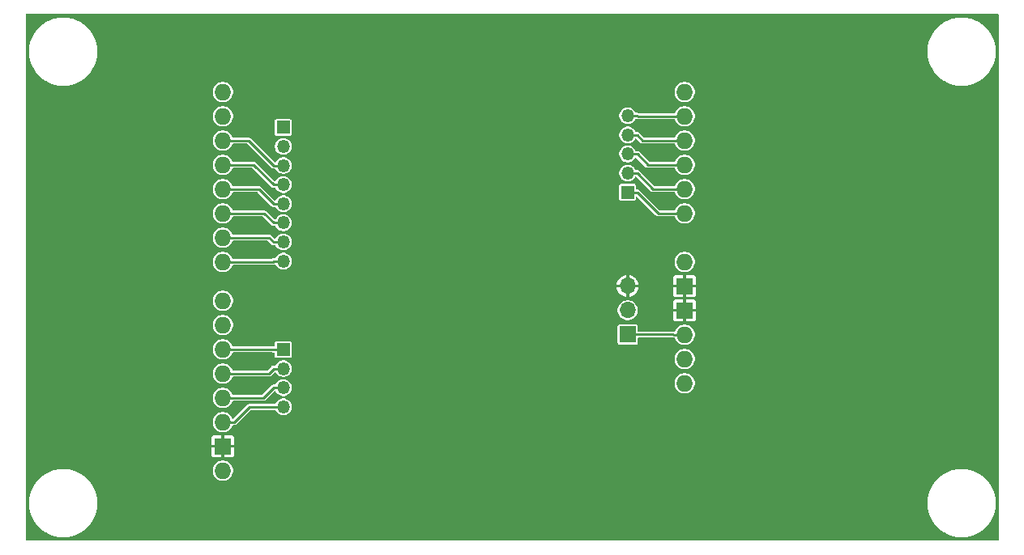
<source format=gbr>
%TF.GenerationSoftware,KiCad,Pcbnew,9.0.0*%
%TF.CreationDate,2025-04-10T11:28:11-04:00*%
%TF.ProjectId,Arduino_LCD,41726475-696e-46f5-9f4c-43442e6b6963,rev?*%
%TF.SameCoordinates,Original*%
%TF.FileFunction,Copper,L1,Top*%
%TF.FilePolarity,Positive*%
%FSLAX46Y46*%
G04 Gerber Fmt 4.6, Leading zero omitted, Abs format (unit mm)*
G04 Created by KiCad (PCBNEW 9.0.0) date 2025-04-10 11:28:11*
%MOMM*%
%LPD*%
G01*
G04 APERTURE LIST*
%TA.AperFunction,ComponentPad*%
%ADD10R,1.350000X1.350000*%
%TD*%
%TA.AperFunction,ComponentPad*%
%ADD11O,1.350000X1.350000*%
%TD*%
%TA.AperFunction,ComponentPad*%
%ADD12O,1.727200X1.727200*%
%TD*%
%TA.AperFunction,ComponentPad*%
%ADD13R,1.727200X1.727200*%
%TD*%
%TA.AperFunction,ComponentPad*%
%ADD14O,1.700000X1.700000*%
%TD*%
%TA.AperFunction,ComponentPad*%
%ADD15R,1.700000X1.700000*%
%TD*%
%TA.AperFunction,Conductor*%
%ADD16C,0.250000*%
%TD*%
G04 APERTURE END LIST*
D10*
%TO.P,P5,1,Pin_1*%
%TO.N,Net-(P2-D0)*%
X120000000Y-89300000D03*
D11*
%TO.P,P5,2,Pin_2*%
%TO.N,Net-(P2-D1)*%
X120000000Y-91300000D03*
%TO.P,P5,3,Pin_3*%
%TO.N,Net-(P2-D2)*%
X120000000Y-93300000D03*
%TO.P,P5,4,Pin_4*%
%TO.N,Net-(P2-D3)*%
X120000000Y-95300000D03*
%TO.P,P5,5,Pin_5*%
%TO.N,Net-(P2-D4)*%
X120000000Y-97300000D03*
%TO.P,P5,6,Pin_6*%
%TO.N,Net-(P2-D5)*%
X120000000Y-99300000D03*
%TO.P,P5,7,Pin_7*%
%TO.N,Net-(P2-D6)*%
X120000000Y-101300000D03*
%TO.P,P5,8,Pin_8*%
%TO.N,Net-(P2-D7)*%
X120000000Y-103300000D03*
%TD*%
D10*
%TO.P,P4,1,Pin_1*%
%TO.N,/SPI2.CS*%
X120000000Y-112550000D03*
D11*
%TO.P,P4,2,Pin_2*%
%TO.N,/SPI2.MOSI*%
X120000000Y-114550000D03*
%TO.P,P4,3,Pin_3*%
%TO.N,/SPI2.MISO*%
X120000000Y-116550000D03*
%TO.P,P4,4,Pin_4*%
%TO.N,/SPI2.CLK*%
X120000000Y-118550000D03*
%TD*%
D10*
%TO.P,P3,1,Pin_1*%
%TO.N,/LCD_RD*%
X156000000Y-96100000D03*
D11*
%TO.P,P3,2,Pin_2*%
%TO.N,/LCD_WR*%
X156000000Y-94100000D03*
%TO.P,P3,3,Pin_3*%
%TO.N,/LCD_RS*%
X156000000Y-92100000D03*
%TO.P,P3,4,Pin_4*%
%TO.N,/LCD_CS*%
X156000000Y-90100000D03*
%TO.P,P3,5,Pin_5*%
%TO.N,/LCD_RST*%
X156000000Y-88100000D03*
%TD*%
D12*
%TO.P,P2,1,NC*%
%TO.N,unconnected-(P2-NC-Pad1)*%
X113700000Y-85600000D03*
%TO.P,P2,2,NC*%
%TO.N,unconnected-(P2-NC-Pad2)*%
X113700000Y-88140000D03*
%TO.P,P2,3,D2*%
%TO.N,Net-(P2-D2)*%
X113700000Y-90680000D03*
%TO.P,P2,4,D3*%
%TO.N,Net-(P2-D3)*%
X113700000Y-93220000D03*
%TO.P,P2,5,D4*%
%TO.N,Net-(P2-D4)*%
X113700000Y-95760000D03*
%TO.P,P2,6,D5*%
%TO.N,Net-(P2-D5)*%
X113700000Y-98300000D03*
%TO.P,P2,7,D6*%
%TO.N,Net-(P2-D6)*%
X113700000Y-100840000D03*
%TO.P,P2,8,D7*%
%TO.N,Net-(P2-D7)*%
X113700000Y-103380000D03*
%TO.P,P2,9,D0*%
%TO.N,Net-(P2-D0)*%
X113700000Y-107444000D03*
%TO.P,P2,10,D1*%
%TO.N,Net-(P2-D1)*%
X113700000Y-109984000D03*
%TO.P,P2,11,~{SD_CS}*%
%TO.N,/SPI2.CS*%
X113700000Y-112524000D03*
%TO.P,P2,12,SD_MOSI*%
%TO.N,/SPI2.MOSI*%
X113700000Y-115064000D03*
%TO.P,P2,13,SD_MISO*%
%TO.N,/SPI2.MISO*%
X113700000Y-117604000D03*
%TO.P,P2,14,SD_SCK*%
%TO.N,/SPI2.CLK*%
X113700000Y-120144000D03*
D13*
%TO.P,P2,15,GND*%
%TO.N,GND*%
X113700000Y-122684000D03*
D12*
%TO.P,P2,16,NC*%
%TO.N,unconnected-(P2-NC-Pad16)*%
X113700000Y-125224000D03*
%TO.P,P2,17,NC*%
%TO.N,unconnected-(P2-NC-Pad17)*%
X161960000Y-116080000D03*
%TO.P,P2,18,3.3V*%
%TO.N,+3V3*%
X161960000Y-113540000D03*
%TO.P,P2,19,5V*%
%TO.N,+5V*%
X161960000Y-111000000D03*
D13*
%TO.P,P2,20,GND*%
%TO.N,GND*%
X161960000Y-108460000D03*
%TO.P,P2,21,GND*%
X161960000Y-105920000D03*
D12*
%TO.P,P2,22,NC*%
%TO.N,unconnected-(P2-NC-Pad22)*%
X161960000Y-103380000D03*
%TO.P,P2,23,~{LCD_RD}*%
%TO.N,/LCD_RD*%
X161960000Y-98300000D03*
%TO.P,P2,24,~{LCD_WR}*%
%TO.N,/LCD_WR*%
X161960000Y-95760000D03*
%TO.P,P2,25,LCD_RS*%
%TO.N,/LCD_RS*%
X161960000Y-93220000D03*
%TO.P,P2,26,~{LCD_CS}*%
%TO.N,/LCD_CS*%
X161960000Y-90680000D03*
%TO.P,P2,27,LCD_RST*%
%TO.N,/LCD_RST*%
X161960000Y-88140000D03*
%TO.P,P2,28,NC*%
%TO.N,unconnected-(P2-NC-Pad28)*%
X161960000Y-85600000D03*
%TD*%
D14*
%TO.P,P8,3,Pin_3*%
%TO.N,GND*%
X156000000Y-105910000D03*
%TO.P,P8,2,Pin_2*%
%TO.N,+3V3*%
X156000000Y-108450000D03*
D15*
%TO.P,P8,1,Pin_1*%
%TO.N,+5V*%
X156000000Y-110990000D03*
%TD*%
D16*
%TO.N,/LCD_WR*%
X158661700Y-95760000D02*
X157001700Y-94100000D01*
X161960000Y-95760000D02*
X158661700Y-95760000D01*
X156000000Y-94100000D02*
X157001700Y-94100000D01*
%TO.N,/LCD_RD*%
X159201700Y-98300000D02*
X157001700Y-96100000D01*
X161960000Y-98300000D02*
X159201700Y-98300000D01*
X156000000Y-96100000D02*
X157001700Y-96100000D01*
%TO.N,/SPI2.MOSI*%
X118484300Y-115064000D02*
X118998300Y-114550000D01*
X113700000Y-115064000D02*
X118484300Y-115064000D01*
X120000000Y-114550000D02*
X118998300Y-114550000D01*
%TO.N,/LCD_RS*%
X158121700Y-93220000D02*
X157001700Y-92100000D01*
X161960000Y-93220000D02*
X158121700Y-93220000D01*
X156000000Y-92100000D02*
X157001700Y-92100000D01*
%TO.N,/SPI2.CLK*%
X116484300Y-118550000D02*
X120000000Y-118550000D01*
X114890300Y-120144000D02*
X116484300Y-118550000D01*
X113700000Y-120144000D02*
X114890300Y-120144000D01*
%TO.N,/SPI2.MISO*%
X117944300Y-117604000D02*
X118998300Y-116550000D01*
X113700000Y-117604000D02*
X117944300Y-117604000D01*
X120000000Y-116550000D02*
X118998300Y-116550000D01*
%TO.N,/SPI2.CS*%
X118972300Y-112524000D02*
X118998300Y-112550000D01*
X113700000Y-112524000D02*
X118972300Y-112524000D01*
X120000000Y-112550000D02*
X118998300Y-112550000D01*
%TO.N,/LCD_CS*%
X157581700Y-90680000D02*
X157001700Y-90100000D01*
X161960000Y-90680000D02*
X157581700Y-90680000D01*
X156000000Y-90100000D02*
X157001700Y-90100000D01*
%TO.N,/LCD_RST*%
X157041700Y-88140000D02*
X157001700Y-88100000D01*
X161960000Y-88140000D02*
X157041700Y-88140000D01*
X156000000Y-88100000D02*
X157001700Y-88100000D01*
%TO.N,+5V*%
X160759700Y-110990000D02*
X160769700Y-111000000D01*
X156000000Y-110990000D02*
X160759700Y-110990000D01*
X161960000Y-111000000D02*
X160769700Y-111000000D01*
%TO.N,Net-(P2-D7)*%
X118918300Y-103380000D02*
X118998300Y-103300000D01*
X113700000Y-103380000D02*
X118918300Y-103380000D01*
X120000000Y-103300000D02*
X118998300Y-103300000D01*
%TO.N,Net-(P2-D6)*%
X118538300Y-100840000D02*
X118998300Y-101300000D01*
X113700000Y-100840000D02*
X118538300Y-100840000D01*
X120000000Y-101300000D02*
X118998300Y-101300000D01*
%TO.N,Net-(P2-D5)*%
X117998300Y-98300000D02*
X118998300Y-99300000D01*
X113700000Y-98300000D02*
X117998300Y-98300000D01*
X120000000Y-99300000D02*
X118998300Y-99300000D01*
%TO.N,Net-(P2-D4)*%
X117458300Y-95760000D02*
X118998300Y-97300000D01*
X113700000Y-95760000D02*
X117458300Y-95760000D01*
X120000000Y-97300000D02*
X118998300Y-97300000D01*
%TO.N,Net-(P2-D2)*%
X116378300Y-90680000D02*
X118998300Y-93300000D01*
X113700000Y-90680000D02*
X116378300Y-90680000D01*
X120000000Y-93300000D02*
X118998300Y-93300000D01*
%TO.N,Net-(P2-D3)*%
X116918300Y-93220000D02*
X118998300Y-95300000D01*
X113700000Y-93220000D02*
X116918300Y-93220000D01*
X120000000Y-95300000D02*
X118998300Y-95300000D01*
%TD*%
%TA.AperFunction,Conductor*%
%TO.N,GND*%
G36*
X194747294Y-77472406D02*
G01*
X194765600Y-77516600D01*
X194765600Y-132490600D01*
X194747294Y-132534794D01*
X194703100Y-132553100D01*
X93139100Y-132553100D01*
X93094906Y-132534794D01*
X93076600Y-132490600D01*
X93076600Y-128452950D01*
X93425600Y-128452950D01*
X93425600Y-128804249D01*
X93460032Y-129153860D01*
X93528566Y-129498408D01*
X93528570Y-129498423D01*
X93630549Y-129834602D01*
X93630551Y-129834607D01*
X93630553Y-129834613D01*
X93764987Y-130159165D01*
X93930589Y-130468984D01*
X93930589Y-130468985D01*
X93930592Y-130468990D01*
X93930593Y-130468991D01*
X94125768Y-130761092D01*
X94125771Y-130761096D01*
X94125772Y-130761097D01*
X94125774Y-130761100D01*
X94263036Y-130928354D01*
X94348634Y-131032655D01*
X94597045Y-131281066D01*
X94868608Y-131503932D01*
X95160709Y-131699107D01*
X95160711Y-131699108D01*
X95160714Y-131699110D01*
X95207862Y-131724311D01*
X95470533Y-131864712D01*
X95795086Y-131999146D01*
X95795085Y-131999146D01*
X95795088Y-131999147D01*
X95795098Y-131999151D01*
X96131277Y-132101130D01*
X96131286Y-132101131D01*
X96131291Y-132101133D01*
X96223240Y-132119422D01*
X96475832Y-132169666D01*
X96475837Y-132169666D01*
X96475840Y-132169667D01*
X96475838Y-132169667D01*
X96653928Y-132187206D01*
X96825447Y-132204100D01*
X96825451Y-132204100D01*
X97176749Y-132204100D01*
X97176753Y-132204100D01*
X97404020Y-132181716D01*
X97526360Y-132169667D01*
X97526362Y-132169666D01*
X97526368Y-132169666D01*
X97870923Y-132101130D01*
X98207102Y-131999151D01*
X98531667Y-131864712D01*
X98841491Y-131699107D01*
X99133592Y-131503932D01*
X99405155Y-131281066D01*
X99653566Y-131032655D01*
X99876432Y-130761092D01*
X100071607Y-130468991D01*
X100237212Y-130159167D01*
X100371651Y-129834602D01*
X100473630Y-129498423D01*
X100542166Y-129153868D01*
X100576600Y-128804253D01*
X100576600Y-128452950D01*
X187325600Y-128452950D01*
X187325600Y-128804249D01*
X187360032Y-129153860D01*
X187428566Y-129498408D01*
X187428570Y-129498423D01*
X187530549Y-129834602D01*
X187530551Y-129834607D01*
X187530553Y-129834613D01*
X187664987Y-130159165D01*
X187830589Y-130468984D01*
X187830589Y-130468985D01*
X187830592Y-130468990D01*
X187830593Y-130468991D01*
X188025768Y-130761092D01*
X188025771Y-130761096D01*
X188025772Y-130761097D01*
X188025774Y-130761100D01*
X188163036Y-130928354D01*
X188248634Y-131032655D01*
X188497045Y-131281066D01*
X188768608Y-131503932D01*
X189060709Y-131699107D01*
X189060711Y-131699108D01*
X189060714Y-131699110D01*
X189107862Y-131724311D01*
X189370533Y-131864712D01*
X189695086Y-131999146D01*
X189695085Y-131999146D01*
X189695088Y-131999147D01*
X189695098Y-131999151D01*
X190031277Y-132101130D01*
X190031286Y-132101131D01*
X190031291Y-132101133D01*
X190123240Y-132119422D01*
X190375832Y-132169666D01*
X190375837Y-132169666D01*
X190375840Y-132169667D01*
X190375838Y-132169667D01*
X190553928Y-132187206D01*
X190725447Y-132204100D01*
X190725451Y-132204100D01*
X191076749Y-132204100D01*
X191076753Y-132204100D01*
X191304020Y-132181716D01*
X191426360Y-132169667D01*
X191426362Y-132169666D01*
X191426368Y-132169666D01*
X191770923Y-132101130D01*
X192107102Y-131999151D01*
X192431667Y-131864712D01*
X192741491Y-131699107D01*
X193033592Y-131503932D01*
X193305155Y-131281066D01*
X193553566Y-131032655D01*
X193776432Y-130761092D01*
X193971607Y-130468991D01*
X194137212Y-130159167D01*
X194271651Y-129834602D01*
X194373630Y-129498423D01*
X194442166Y-129153868D01*
X194476600Y-128804253D01*
X194476600Y-128452947D01*
X194442166Y-128103332D01*
X194373630Y-127758777D01*
X194271651Y-127422598D01*
X194137212Y-127098033D01*
X193971607Y-126788209D01*
X193776432Y-126496108D01*
X193553566Y-126224545D01*
X193305155Y-125976134D01*
X193305149Y-125976129D01*
X193033600Y-125753274D01*
X193033597Y-125753272D01*
X193033596Y-125753271D01*
X193033592Y-125753268D01*
X192741491Y-125558093D01*
X192741490Y-125558092D01*
X192741485Y-125558089D01*
X192431665Y-125392487D01*
X192107113Y-125258053D01*
X192107114Y-125258053D01*
X192107105Y-125258050D01*
X192107102Y-125258049D01*
X191836406Y-125175934D01*
X191770924Y-125156070D01*
X191770908Y-125156066D01*
X191426359Y-125087532D01*
X191426361Y-125087532D01*
X191157554Y-125061058D01*
X191076753Y-125053100D01*
X190725447Y-125053100D01*
X190644645Y-125061058D01*
X190375839Y-125087532D01*
X190031291Y-125156066D01*
X190031275Y-125156070D01*
X189859345Y-125208225D01*
X189695098Y-125258049D01*
X189695094Y-125258050D01*
X189695086Y-125258053D01*
X189370534Y-125392487D01*
X189060715Y-125558089D01*
X189060714Y-125558089D01*
X188768602Y-125753272D01*
X188768599Y-125753274D01*
X188497050Y-125976129D01*
X188497043Y-125976135D01*
X188248635Y-126224543D01*
X188248629Y-126224550D01*
X188025774Y-126496099D01*
X188025772Y-126496102D01*
X187830589Y-126788214D01*
X187830589Y-126788215D01*
X187664987Y-127098034D01*
X187530553Y-127422586D01*
X187428570Y-127758775D01*
X187428566Y-127758791D01*
X187360032Y-128103339D01*
X187325600Y-128452950D01*
X100576600Y-128452950D01*
X100576600Y-128452947D01*
X100542166Y-128103332D01*
X100473630Y-127758777D01*
X100371651Y-127422598D01*
X100237212Y-127098033D01*
X100071607Y-126788209D01*
X99876432Y-126496108D01*
X99653566Y-126224545D01*
X99405155Y-125976134D01*
X99405149Y-125976129D01*
X99133600Y-125753274D01*
X99133597Y-125753272D01*
X99133596Y-125753271D01*
X99133592Y-125753268D01*
X98841491Y-125558093D01*
X98841490Y-125558092D01*
X98841485Y-125558089D01*
X98531665Y-125392487D01*
X98207113Y-125258053D01*
X98207114Y-125258053D01*
X98207105Y-125258050D01*
X98207102Y-125258049D01*
X97895229Y-125163443D01*
X97870924Y-125156070D01*
X97870908Y-125156066D01*
X97685537Y-125119194D01*
X112635900Y-125119194D01*
X112635900Y-125328805D01*
X112676792Y-125534385D01*
X112757007Y-125728040D01*
X112757008Y-125728043D01*
X112873458Y-125902323D01*
X113021676Y-126050541D01*
X113195956Y-126166991D01*
X113195958Y-126166991D01*
X113195960Y-126166993D01*
X113389613Y-126247207D01*
X113595195Y-126288100D01*
X113804805Y-126288100D01*
X114010387Y-126247207D01*
X114204040Y-126166993D01*
X114378324Y-126050541D01*
X114526541Y-125902324D01*
X114642993Y-125728040D01*
X114723207Y-125534387D01*
X114764100Y-125328805D01*
X114764100Y-125119195D01*
X114723207Y-124913613D01*
X114642993Y-124719960D01*
X114642991Y-124719958D01*
X114642991Y-124719956D01*
X114526541Y-124545676D01*
X114378323Y-124397458D01*
X114204043Y-124281008D01*
X114204040Y-124281007D01*
X114010385Y-124200792D01*
X113804805Y-124159900D01*
X113595195Y-124159900D01*
X113389614Y-124200792D01*
X113195959Y-124281007D01*
X113195956Y-124281008D01*
X113021676Y-124397458D01*
X112873458Y-124545676D01*
X112757008Y-124719956D01*
X112757007Y-124719959D01*
X112676792Y-124913614D01*
X112635900Y-125119194D01*
X97685537Y-125119194D01*
X97526359Y-125087532D01*
X97526361Y-125087532D01*
X97257554Y-125061058D01*
X97176753Y-125053100D01*
X96825447Y-125053100D01*
X96744645Y-125061058D01*
X96475839Y-125087532D01*
X96131291Y-125156066D01*
X96131275Y-125156070D01*
X95959345Y-125208225D01*
X95795098Y-125258049D01*
X95795094Y-125258050D01*
X95795086Y-125258053D01*
X95470534Y-125392487D01*
X95160715Y-125558089D01*
X95160714Y-125558089D01*
X94868602Y-125753272D01*
X94868599Y-125753274D01*
X94597050Y-125976129D01*
X94597043Y-125976135D01*
X94348635Y-126224543D01*
X94348629Y-126224550D01*
X94125774Y-126496099D01*
X94125772Y-126496102D01*
X93930589Y-126788214D01*
X93930589Y-126788215D01*
X93764987Y-127098034D01*
X93630553Y-127422586D01*
X93528570Y-127758775D01*
X93528566Y-127758791D01*
X93460032Y-128103339D01*
X93425600Y-128452950D01*
X93076600Y-128452950D01*
X93076600Y-121775011D01*
X112532400Y-121775011D01*
X112532400Y-122532000D01*
X113214808Y-122532000D01*
X113192000Y-122617120D01*
X113192000Y-122750880D01*
X113214808Y-122836000D01*
X112532401Y-122836000D01*
X112532401Y-123592988D01*
X112535349Y-123618407D01*
X112535349Y-123618408D01*
X112581257Y-123722378D01*
X112661621Y-123802742D01*
X112765594Y-123848651D01*
X112791011Y-123851599D01*
X113548000Y-123851599D01*
X113548000Y-123169192D01*
X113633120Y-123192000D01*
X113766880Y-123192000D01*
X113852000Y-123169192D01*
X113852000Y-123851599D01*
X114608988Y-123851599D01*
X114634407Y-123848650D01*
X114634408Y-123848650D01*
X114738378Y-123802742D01*
X114818742Y-123722378D01*
X114864651Y-123618405D01*
X114867600Y-123592988D01*
X114867600Y-122836000D01*
X114185192Y-122836000D01*
X114208000Y-122750880D01*
X114208000Y-122617120D01*
X114185192Y-122532000D01*
X114867599Y-122532000D01*
X114867599Y-121775011D01*
X114864650Y-121749592D01*
X114864650Y-121749591D01*
X114818742Y-121645621D01*
X114738378Y-121565257D01*
X114634405Y-121519348D01*
X114608989Y-121516400D01*
X113852000Y-121516400D01*
X113852000Y-122198807D01*
X113766880Y-122176000D01*
X113633120Y-122176000D01*
X113548000Y-122198807D01*
X113548000Y-121516400D01*
X112791011Y-121516400D01*
X112765592Y-121519349D01*
X112765591Y-121519349D01*
X112661621Y-121565257D01*
X112581257Y-121645621D01*
X112535348Y-121749594D01*
X112532400Y-121775011D01*
X93076600Y-121775011D01*
X93076600Y-120039194D01*
X112635900Y-120039194D01*
X112635900Y-120248805D01*
X112676792Y-120454385D01*
X112757007Y-120648040D01*
X112757008Y-120648043D01*
X112873458Y-120822323D01*
X113021676Y-120970541D01*
X113195956Y-121086991D01*
X113195958Y-121086991D01*
X113195960Y-121086993D01*
X113389613Y-121167207D01*
X113595195Y-121208100D01*
X113804805Y-121208100D01*
X114010387Y-121167207D01*
X114204040Y-121086993D01*
X114378324Y-120970541D01*
X114526541Y-120822324D01*
X114642993Y-120648040D01*
X114700966Y-120508082D01*
X114734791Y-120474257D01*
X114758708Y-120469500D01*
X114933152Y-120469500D01*
X114933153Y-120469500D01*
X115015939Y-120447318D01*
X115090162Y-120404465D01*
X116600821Y-118893806D01*
X116645015Y-118875500D01*
X119145431Y-118875500D01*
X119189625Y-118893806D01*
X119203173Y-118914082D01*
X119224142Y-118964705D01*
X119319955Y-119108099D01*
X119441901Y-119230045D01*
X119585295Y-119325858D01*
X119744626Y-119391855D01*
X119913771Y-119425500D01*
X120086229Y-119425500D01*
X120255374Y-119391855D01*
X120414705Y-119325858D01*
X120558099Y-119230045D01*
X120680045Y-119108099D01*
X120775858Y-118964705D01*
X120841855Y-118805374D01*
X120875500Y-118636229D01*
X120875500Y-118463771D01*
X120841855Y-118294626D01*
X120775858Y-118135295D01*
X120680045Y-117991901D01*
X120558099Y-117869955D01*
X120549883Y-117864465D01*
X120414707Y-117774143D01*
X120414705Y-117774142D01*
X120255372Y-117708144D01*
X120086229Y-117674500D01*
X119913771Y-117674500D01*
X119744627Y-117708144D01*
X119744626Y-117708144D01*
X119585294Y-117774142D01*
X119585292Y-117774143D01*
X119441901Y-117869954D01*
X119319954Y-117991901D01*
X119224143Y-118135292D01*
X119224142Y-118135294D01*
X119203173Y-118185918D01*
X119169348Y-118219743D01*
X119145431Y-118224500D01*
X116441447Y-118224500D01*
X116441446Y-118224500D01*
X116441440Y-118224501D01*
X116358665Y-118246680D01*
X116358662Y-118246682D01*
X116296928Y-118282324D01*
X116284437Y-118289535D01*
X114794371Y-119779601D01*
X114750177Y-119797907D01*
X114705983Y-119779601D01*
X114692438Y-119759332D01*
X114642993Y-119639960D01*
X114526541Y-119465676D01*
X114378324Y-119317459D01*
X114378323Y-119317458D01*
X114204043Y-119201008D01*
X114204040Y-119201007D01*
X114010385Y-119120792D01*
X113804805Y-119079900D01*
X113595195Y-119079900D01*
X113389614Y-119120792D01*
X113195959Y-119201007D01*
X113195956Y-119201008D01*
X113021676Y-119317458D01*
X112873458Y-119465676D01*
X112757008Y-119639956D01*
X112757007Y-119639959D01*
X112676792Y-119833614D01*
X112635900Y-120039194D01*
X93076600Y-120039194D01*
X93076600Y-117499194D01*
X112635900Y-117499194D01*
X112635900Y-117708805D01*
X112676792Y-117914385D01*
X112757007Y-118108040D01*
X112757008Y-118108043D01*
X112873458Y-118282323D01*
X113021676Y-118430541D01*
X113195956Y-118546991D01*
X113195958Y-118546991D01*
X113195960Y-118546993D01*
X113389613Y-118627207D01*
X113595195Y-118668100D01*
X113804805Y-118668100D01*
X114010387Y-118627207D01*
X114204040Y-118546993D01*
X114378324Y-118430541D01*
X114526541Y-118282324D01*
X114642993Y-118108040D01*
X114700966Y-117968082D01*
X114734791Y-117934257D01*
X114758708Y-117929500D01*
X117987152Y-117929500D01*
X117987153Y-117929500D01*
X118069939Y-117907318D01*
X118144162Y-117864465D01*
X119105216Y-116903410D01*
X119149409Y-116885105D01*
X119193603Y-116903411D01*
X119207151Y-116923686D01*
X119224143Y-116964708D01*
X119316686Y-117103207D01*
X119319955Y-117108099D01*
X119441901Y-117230045D01*
X119585295Y-117325858D01*
X119744626Y-117391855D01*
X119913771Y-117425500D01*
X120086229Y-117425500D01*
X120255374Y-117391855D01*
X120414705Y-117325858D01*
X120558099Y-117230045D01*
X120680045Y-117108099D01*
X120775858Y-116964705D01*
X120841855Y-116805374D01*
X120875500Y-116636229D01*
X120875500Y-116463771D01*
X120841855Y-116294626D01*
X120775858Y-116135295D01*
X120680045Y-115991901D01*
X120663338Y-115975194D01*
X160895900Y-115975194D01*
X160895900Y-116184805D01*
X160936792Y-116390385D01*
X161017007Y-116584040D01*
X161017008Y-116584043D01*
X161133458Y-116758323D01*
X161281676Y-116906541D01*
X161455956Y-117022991D01*
X161455958Y-117022991D01*
X161455960Y-117022993D01*
X161649613Y-117103207D01*
X161855195Y-117144100D01*
X162064805Y-117144100D01*
X162270387Y-117103207D01*
X162464040Y-117022993D01*
X162638324Y-116906541D01*
X162786541Y-116758324D01*
X162902993Y-116584040D01*
X162983207Y-116390387D01*
X163024100Y-116184805D01*
X163024100Y-115975195D01*
X162983207Y-115769613D01*
X162902993Y-115575960D01*
X162902991Y-115575958D01*
X162902991Y-115575956D01*
X162786541Y-115401676D01*
X162638323Y-115253458D01*
X162464043Y-115137008D01*
X162464040Y-115137007D01*
X162270385Y-115056792D01*
X162064805Y-115015900D01*
X161855195Y-115015900D01*
X161649614Y-115056792D01*
X161455959Y-115137007D01*
X161455956Y-115137008D01*
X161281676Y-115253458D01*
X161133458Y-115401676D01*
X161017008Y-115575956D01*
X161017007Y-115575959D01*
X160936792Y-115769614D01*
X160895900Y-115975194D01*
X120663338Y-115975194D01*
X120558099Y-115869955D01*
X120558098Y-115869954D01*
X120414707Y-115774143D01*
X120414705Y-115774142D01*
X120255372Y-115708144D01*
X120086229Y-115674500D01*
X119913771Y-115674500D01*
X119744627Y-115708144D01*
X119744626Y-115708144D01*
X119585294Y-115774142D01*
X119585292Y-115774143D01*
X119441901Y-115869954D01*
X119319954Y-115991901D01*
X119224143Y-116135292D01*
X119224142Y-116135294D01*
X119203173Y-116185918D01*
X119169348Y-116219743D01*
X119145431Y-116224500D01*
X119041153Y-116224500D01*
X118955447Y-116224500D01*
X118955446Y-116224500D01*
X118955440Y-116224501D01*
X118872664Y-116246680D01*
X118872655Y-116246684D01*
X118798441Y-116289532D01*
X118798432Y-116289539D01*
X117827779Y-117260194D01*
X117783585Y-117278500D01*
X114758708Y-117278500D01*
X114714514Y-117260194D01*
X114700966Y-117239918D01*
X114646364Y-117108099D01*
X114642993Y-117099960D01*
X114642991Y-117099958D01*
X114642991Y-117099956D01*
X114526541Y-116925676D01*
X114378323Y-116777458D01*
X114204043Y-116661008D01*
X114204040Y-116661007D01*
X114010385Y-116580792D01*
X113804805Y-116539900D01*
X113595195Y-116539900D01*
X113389614Y-116580792D01*
X113195959Y-116661007D01*
X113195956Y-116661008D01*
X113021676Y-116777458D01*
X112873458Y-116925676D01*
X112757008Y-117099956D01*
X112757007Y-117099959D01*
X112676792Y-117293614D01*
X112635900Y-117499194D01*
X93076600Y-117499194D01*
X93076600Y-114959194D01*
X112635900Y-114959194D01*
X112635900Y-115168805D01*
X112676792Y-115374385D01*
X112757007Y-115568040D01*
X112757008Y-115568043D01*
X112873458Y-115742323D01*
X113021676Y-115890541D01*
X113195956Y-116006991D01*
X113195958Y-116006991D01*
X113195960Y-116006993D01*
X113389613Y-116087207D01*
X113595195Y-116128100D01*
X113804805Y-116128100D01*
X114010387Y-116087207D01*
X114204040Y-116006993D01*
X114378324Y-115890541D01*
X114526541Y-115742324D01*
X114642993Y-115568040D01*
X114700966Y-115428082D01*
X114734791Y-115394257D01*
X114758708Y-115389500D01*
X118527152Y-115389500D01*
X118527153Y-115389500D01*
X118609939Y-115367318D01*
X118684162Y-115324465D01*
X119105216Y-114903409D01*
X119149409Y-114885104D01*
X119193603Y-114903410D01*
X119207151Y-114923686D01*
X119221859Y-114959194D01*
X119224142Y-114964704D01*
X119224143Y-114964707D01*
X119285673Y-115056793D01*
X119319955Y-115108099D01*
X119441901Y-115230045D01*
X119585295Y-115325858D01*
X119744626Y-115391855D01*
X119913771Y-115425500D01*
X120086229Y-115425500D01*
X120255374Y-115391855D01*
X120414705Y-115325858D01*
X120558099Y-115230045D01*
X120680045Y-115108099D01*
X120775858Y-114964705D01*
X120841855Y-114805374D01*
X120875500Y-114636229D01*
X120875500Y-114463771D01*
X120841855Y-114294626D01*
X120775858Y-114135295D01*
X120680045Y-113991901D01*
X120558099Y-113869955D01*
X120558098Y-113869954D01*
X120414707Y-113774143D01*
X120414705Y-113774142D01*
X120255372Y-113708144D01*
X120086229Y-113674500D01*
X119913771Y-113674500D01*
X119744627Y-113708144D01*
X119744626Y-113708144D01*
X119585294Y-113774142D01*
X119585292Y-113774143D01*
X119441901Y-113869954D01*
X119319954Y-113991901D01*
X119224143Y-114135292D01*
X119224142Y-114135294D01*
X119203173Y-114185918D01*
X119194382Y-114194708D01*
X119189625Y-114206194D01*
X119178139Y-114210951D01*
X119169348Y-114219743D01*
X119145431Y-114224500D01*
X119044994Y-114224500D01*
X119044978Y-114224499D01*
X119041153Y-114224499D01*
X118955447Y-114224499D01*
X118955441Y-114224499D01*
X118872663Y-114246681D01*
X118872659Y-114246682D01*
X118847920Y-114260966D01*
X118835550Y-114268108D01*
X118803408Y-114286665D01*
X118798436Y-114289536D01*
X118768136Y-114319837D01*
X118737835Y-114350138D01*
X118367779Y-114720194D01*
X118323585Y-114738500D01*
X114758708Y-114738500D01*
X114714514Y-114720194D01*
X114700966Y-114699918D01*
X114661276Y-114604099D01*
X114642993Y-114559960D01*
X114642991Y-114559958D01*
X114642991Y-114559956D01*
X114526541Y-114385676D01*
X114378325Y-114237460D01*
X114378321Y-114237457D01*
X114204043Y-114121008D01*
X114204040Y-114121007D01*
X114010385Y-114040792D01*
X113804805Y-113999900D01*
X113595195Y-113999900D01*
X113389614Y-114040792D01*
X113195959Y-114121007D01*
X113195956Y-114121008D01*
X113021679Y-114237457D01*
X113021674Y-114237460D01*
X112873458Y-114385676D01*
X112757008Y-114559956D01*
X112757007Y-114559959D01*
X112676792Y-114753614D01*
X112635900Y-114959194D01*
X93076600Y-114959194D01*
X93076600Y-112419194D01*
X112635900Y-112419194D01*
X112635900Y-112628805D01*
X112676792Y-112834385D01*
X112757007Y-113028040D01*
X112757008Y-113028043D01*
X112873458Y-113202323D01*
X113021676Y-113350541D01*
X113195956Y-113466991D01*
X113195958Y-113466991D01*
X113195960Y-113466993D01*
X113389613Y-113547207D01*
X113595195Y-113588100D01*
X113804805Y-113588100D01*
X114010387Y-113547207D01*
X114204040Y-113466993D01*
X114251631Y-113435194D01*
X160895900Y-113435194D01*
X160895900Y-113644805D01*
X160936792Y-113850385D01*
X161017007Y-114044040D01*
X161017008Y-114044043D01*
X161133458Y-114218323D01*
X161281676Y-114366541D01*
X161455956Y-114482991D01*
X161455958Y-114482991D01*
X161455960Y-114482993D01*
X161649613Y-114563207D01*
X161855195Y-114604100D01*
X162064805Y-114604100D01*
X162270387Y-114563207D01*
X162464040Y-114482993D01*
X162638324Y-114366541D01*
X162786541Y-114218324D01*
X162902993Y-114044040D01*
X162983207Y-113850387D01*
X163024100Y-113644805D01*
X163024100Y-113435195D01*
X162983207Y-113229613D01*
X162902993Y-113035960D01*
X162902991Y-113035958D01*
X162902991Y-113035956D01*
X162786541Y-112861676D01*
X162638323Y-112713458D01*
X162464043Y-112597008D01*
X162464040Y-112597007D01*
X162270385Y-112516792D01*
X162064805Y-112475900D01*
X161855195Y-112475900D01*
X161649614Y-112516792D01*
X161455959Y-112597007D01*
X161455956Y-112597008D01*
X161281676Y-112713458D01*
X161133458Y-112861676D01*
X161017008Y-113035956D01*
X161017007Y-113035959D01*
X160936792Y-113229614D01*
X160895900Y-113435194D01*
X114251631Y-113435194D01*
X114378324Y-113350541D01*
X114526541Y-113202324D01*
X114642993Y-113028040D01*
X114700966Y-112888082D01*
X114734791Y-112854257D01*
X114758708Y-112849500D01*
X118851013Y-112849500D01*
X118868512Y-112852980D01*
X118868706Y-112852258D01*
X118955442Y-112875500D01*
X118955448Y-112875501D01*
X119044978Y-112875501D01*
X119044994Y-112875500D01*
X119062000Y-112875500D01*
X119106194Y-112893806D01*
X119124500Y-112938000D01*
X119124500Y-113244748D01*
X119136132Y-113303230D01*
X119136133Y-113303232D01*
X119180447Y-113369552D01*
X119246767Y-113413866D01*
X119246769Y-113413867D01*
X119305252Y-113425500D01*
X120694748Y-113425500D01*
X120753231Y-113413867D01*
X120819552Y-113369552D01*
X120863867Y-113303231D01*
X120875500Y-113244748D01*
X120875500Y-111855252D01*
X120863867Y-111796769D01*
X120863866Y-111796767D01*
X120819552Y-111730447D01*
X120753232Y-111686133D01*
X120753230Y-111686132D01*
X120694748Y-111674500D01*
X119305252Y-111674500D01*
X119246769Y-111686132D01*
X119246767Y-111686133D01*
X119180447Y-111730447D01*
X119136133Y-111796767D01*
X119136132Y-111796769D01*
X119124500Y-111855251D01*
X119124500Y-112146347D01*
X119106194Y-112190541D01*
X119062000Y-112208847D01*
X119045825Y-112206718D01*
X119015154Y-112198500D01*
X119015153Y-112198500D01*
X114758708Y-112198500D01*
X114714514Y-112180194D01*
X114700966Y-112159918D01*
X114651501Y-112040500D01*
X114642993Y-112019960D01*
X114642991Y-112019958D01*
X114642991Y-112019956D01*
X114526541Y-111845676D01*
X114378323Y-111697458D01*
X114204043Y-111581008D01*
X114204040Y-111581007D01*
X114010385Y-111500792D01*
X113804805Y-111459900D01*
X113595195Y-111459900D01*
X113389614Y-111500792D01*
X113195959Y-111581007D01*
X113195956Y-111581008D01*
X113021676Y-111697458D01*
X112873458Y-111845676D01*
X112757008Y-112019956D01*
X112757007Y-112019959D01*
X112676792Y-112213614D01*
X112635900Y-112419194D01*
X93076600Y-112419194D01*
X93076600Y-109879194D01*
X112635900Y-109879194D01*
X112635900Y-110088805D01*
X112676792Y-110294385D01*
X112757007Y-110488040D01*
X112757008Y-110488043D01*
X112873458Y-110662323D01*
X113021676Y-110810541D01*
X113195956Y-110926991D01*
X113195958Y-110926991D01*
X113195960Y-110926993D01*
X113389613Y-111007207D01*
X113595195Y-111048100D01*
X113804805Y-111048100D01*
X114010387Y-111007207D01*
X114204040Y-110926993D01*
X114378324Y-110810541D01*
X114526541Y-110662324D01*
X114642993Y-110488040D01*
X114723207Y-110294387D01*
X114757845Y-110120251D01*
X154949500Y-110120251D01*
X154949500Y-111859748D01*
X154961132Y-111918230D01*
X154961133Y-111918232D01*
X155005447Y-111984552D01*
X155071767Y-112028866D01*
X155071769Y-112028867D01*
X155130252Y-112040500D01*
X156869748Y-112040500D01*
X156928231Y-112028867D01*
X156994552Y-111984552D01*
X157038867Y-111918231D01*
X157050500Y-111859748D01*
X157050500Y-111378000D01*
X157068806Y-111333806D01*
X157113000Y-111315500D01*
X160681299Y-111315500D01*
X160697474Y-111317629D01*
X160707192Y-111320233D01*
X160726842Y-111325499D01*
X160726845Y-111325499D01*
X160726847Y-111325500D01*
X160901292Y-111325500D01*
X160945486Y-111343806D01*
X160959034Y-111364082D01*
X161017007Y-111504040D01*
X161017008Y-111504043D01*
X161133458Y-111678323D01*
X161281676Y-111826541D01*
X161455956Y-111942991D01*
X161455958Y-111942991D01*
X161455960Y-111942993D01*
X161649613Y-112023207D01*
X161855195Y-112064100D01*
X162064805Y-112064100D01*
X162270387Y-112023207D01*
X162464040Y-111942993D01*
X162638324Y-111826541D01*
X162786541Y-111678324D01*
X162902993Y-111504040D01*
X162983207Y-111310387D01*
X163024100Y-111104805D01*
X163024100Y-110895195D01*
X162983207Y-110689613D01*
X162902993Y-110495960D01*
X162902991Y-110495958D01*
X162902991Y-110495956D01*
X162786541Y-110321676D01*
X162638323Y-110173458D01*
X162464043Y-110057008D01*
X162464040Y-110057007D01*
X162270385Y-109976792D01*
X162064805Y-109935900D01*
X161855195Y-109935900D01*
X161649614Y-109976792D01*
X161455959Y-110057007D01*
X161455956Y-110057008D01*
X161281676Y-110173458D01*
X161133458Y-110321676D01*
X161017008Y-110495956D01*
X161017007Y-110495959D01*
X160959034Y-110635918D01*
X160950243Y-110644708D01*
X160945486Y-110656194D01*
X160934000Y-110660951D01*
X160925209Y-110669743D01*
X160901292Y-110674500D01*
X160848101Y-110674500D01*
X160831925Y-110672370D01*
X160827944Y-110671303D01*
X160802557Y-110664500D01*
X160802553Y-110664500D01*
X157113000Y-110664500D01*
X157068806Y-110646194D01*
X157050500Y-110602000D01*
X157050500Y-110120252D01*
X157038867Y-110061769D01*
X157035685Y-110057007D01*
X156994552Y-109995447D01*
X156928232Y-109951133D01*
X156928230Y-109951132D01*
X156869748Y-109939500D01*
X155130252Y-109939500D01*
X155071769Y-109951132D01*
X155071767Y-109951133D01*
X155005447Y-109995447D01*
X154961133Y-110061767D01*
X154961132Y-110061769D01*
X154949500Y-110120251D01*
X114757845Y-110120251D01*
X114764100Y-110088805D01*
X114764100Y-109879195D01*
X114723207Y-109673613D01*
X114642993Y-109479960D01*
X114642991Y-109479958D01*
X114642991Y-109479956D01*
X114526541Y-109305676D01*
X114378323Y-109157458D01*
X114204043Y-109041008D01*
X114204040Y-109041007D01*
X114010385Y-108960792D01*
X113804805Y-108919900D01*
X113595195Y-108919900D01*
X113389614Y-108960792D01*
X113195959Y-109041007D01*
X113195956Y-109041008D01*
X113021676Y-109157458D01*
X112873458Y-109305676D01*
X112757008Y-109479956D01*
X112757007Y-109479959D01*
X112676792Y-109673614D01*
X112635900Y-109879194D01*
X93076600Y-109879194D01*
X93076600Y-107339194D01*
X112635900Y-107339194D01*
X112635900Y-107548805D01*
X112676792Y-107754385D01*
X112757007Y-107948040D01*
X112757008Y-107948043D01*
X112873458Y-108122323D01*
X113021676Y-108270541D01*
X113195956Y-108386991D01*
X113195958Y-108386991D01*
X113195960Y-108386993D01*
X113389613Y-108467207D01*
X113595195Y-108508100D01*
X113804805Y-108508100D01*
X114010387Y-108467207D01*
X114204040Y-108386993D01*
X114264592Y-108346534D01*
X154949500Y-108346534D01*
X154949500Y-108553465D01*
X154989869Y-108756418D01*
X155069059Y-108947598D01*
X155069060Y-108947601D01*
X155184022Y-109119654D01*
X155330345Y-109265977D01*
X155502398Y-109380939D01*
X155502400Y-109380939D01*
X155502402Y-109380941D01*
X155693580Y-109460130D01*
X155896535Y-109500500D01*
X156103465Y-109500500D01*
X156306420Y-109460130D01*
X156497598Y-109380941D01*
X156669655Y-109265977D01*
X156815977Y-109119655D01*
X156930941Y-108947598D01*
X157010130Y-108756420D01*
X157038857Y-108612000D01*
X157046432Y-108573919D01*
X157046432Y-108573918D01*
X157050499Y-108553468D01*
X157050500Y-108553465D01*
X157050500Y-108346535D01*
X157010130Y-108143580D01*
X156930941Y-107952402D01*
X156930939Y-107952400D01*
X156930939Y-107952398D01*
X156815977Y-107780345D01*
X156669654Y-107634022D01*
X156620491Y-107601173D01*
X156545419Y-107551011D01*
X160792400Y-107551011D01*
X160792400Y-108308000D01*
X161474808Y-108308000D01*
X161452000Y-108393120D01*
X161452000Y-108526880D01*
X161474808Y-108612000D01*
X160792401Y-108612000D01*
X160792401Y-109368988D01*
X160795349Y-109394407D01*
X160795349Y-109394408D01*
X160841257Y-109498378D01*
X160921621Y-109578742D01*
X161025594Y-109624651D01*
X161051011Y-109627599D01*
X161808000Y-109627599D01*
X161808000Y-108945192D01*
X161893120Y-108968000D01*
X162026880Y-108968000D01*
X162112000Y-108945192D01*
X162112000Y-109627599D01*
X162868988Y-109627599D01*
X162894407Y-109624650D01*
X162894408Y-109624650D01*
X162998378Y-109578742D01*
X163078742Y-109498378D01*
X163124651Y-109394405D01*
X163127600Y-109368988D01*
X163127600Y-108612000D01*
X162445192Y-108612000D01*
X162468000Y-108526880D01*
X162468000Y-108393120D01*
X162445192Y-108308000D01*
X163127599Y-108308000D01*
X163127599Y-107551011D01*
X163124650Y-107525592D01*
X163124650Y-107525591D01*
X163078742Y-107421621D01*
X162998378Y-107341257D01*
X162894405Y-107295348D01*
X162868989Y-107292400D01*
X162112000Y-107292400D01*
X162112000Y-107974807D01*
X162026880Y-107952000D01*
X161893120Y-107952000D01*
X161808000Y-107974807D01*
X161808000Y-107292400D01*
X161051011Y-107292400D01*
X161025592Y-107295349D01*
X161025591Y-107295349D01*
X160921621Y-107341257D01*
X160841257Y-107421621D01*
X160795348Y-107525594D01*
X160792400Y-107551011D01*
X156545419Y-107551011D01*
X156497601Y-107519060D01*
X156497598Y-107519059D01*
X156306418Y-107439869D01*
X156103465Y-107399500D01*
X155896535Y-107399500D01*
X155693581Y-107439869D01*
X155502401Y-107519059D01*
X155502398Y-107519060D01*
X155330345Y-107634022D01*
X155184022Y-107780345D01*
X155069060Y-107952398D01*
X155069059Y-107952401D01*
X154989869Y-108143581D01*
X154949500Y-108346534D01*
X114264592Y-108346534D01*
X114378324Y-108270541D01*
X114526541Y-108122324D01*
X114642993Y-107948040D01*
X114723207Y-107754387D01*
X114764100Y-107548805D01*
X114764100Y-107339195D01*
X114723207Y-107133613D01*
X114642993Y-106939960D01*
X114642991Y-106939958D01*
X114642991Y-106939956D01*
X114526541Y-106765676D01*
X114378323Y-106617458D01*
X114204043Y-106501008D01*
X114204040Y-106501007D01*
X114010385Y-106420792D01*
X113804805Y-106379900D01*
X113595195Y-106379900D01*
X113389614Y-106420792D01*
X113195959Y-106501007D01*
X113195956Y-106501008D01*
X113021676Y-106617458D01*
X112873458Y-106765676D01*
X112757008Y-106939956D01*
X112757007Y-106939959D01*
X112676792Y-107133614D01*
X112635900Y-107339194D01*
X93076600Y-107339194D01*
X93076600Y-105757999D01*
X154855689Y-105757999D01*
X154855690Y-105758000D01*
X155523091Y-105758000D01*
X155500000Y-105844174D01*
X155500000Y-105975826D01*
X155523091Y-106062000D01*
X154855689Y-106062000D01*
X154874415Y-106180226D01*
X154874415Y-106180227D01*
X154930546Y-106352980D01*
X154930550Y-106352988D01*
X155013012Y-106514830D01*
X155119777Y-106661779D01*
X155119784Y-106661787D01*
X155248212Y-106790215D01*
X155248220Y-106790222D01*
X155395169Y-106896987D01*
X155557011Y-106979449D01*
X155557019Y-106979453D01*
X155729772Y-107035584D01*
X155847999Y-107054310D01*
X155848000Y-107054310D01*
X155848000Y-106386909D01*
X155934174Y-106410000D01*
X156065826Y-106410000D01*
X156152000Y-106386909D01*
X156152000Y-107054310D01*
X156270226Y-107035584D01*
X156270227Y-107035584D01*
X156442980Y-106979453D01*
X156442988Y-106979449D01*
X156604830Y-106896987D01*
X156751779Y-106790222D01*
X156751787Y-106790215D01*
X156880215Y-106661787D01*
X156880222Y-106661779D01*
X156986987Y-106514830D01*
X157069449Y-106352988D01*
X157069453Y-106352980D01*
X157125584Y-106180228D01*
X157144310Y-106062000D01*
X156476909Y-106062000D01*
X156500000Y-105975826D01*
X156500000Y-105844174D01*
X156476909Y-105758000D01*
X157144310Y-105758000D01*
X157144310Y-105757999D01*
X157125584Y-105639773D01*
X157125584Y-105639772D01*
X157069453Y-105467019D01*
X157069449Y-105467011D01*
X156986987Y-105305169D01*
X156880222Y-105158220D01*
X156880215Y-105158212D01*
X156751787Y-105029784D01*
X156751779Y-105029777D01*
X156725950Y-105011011D01*
X160792400Y-105011011D01*
X160792400Y-105768000D01*
X161474808Y-105768000D01*
X161452000Y-105853120D01*
X161452000Y-105986880D01*
X161474808Y-106072000D01*
X160792401Y-106072000D01*
X160792401Y-106828988D01*
X160795349Y-106854407D01*
X160795349Y-106854408D01*
X160841257Y-106958378D01*
X160921621Y-107038742D01*
X161025594Y-107084651D01*
X161051011Y-107087599D01*
X161808000Y-107087599D01*
X161808000Y-106405192D01*
X161893120Y-106428000D01*
X162026880Y-106428000D01*
X162112000Y-106405192D01*
X162112000Y-107087599D01*
X162868988Y-107087599D01*
X162894407Y-107084650D01*
X162894408Y-107084650D01*
X162998378Y-107038742D01*
X163078742Y-106958378D01*
X163124651Y-106854405D01*
X163127600Y-106828988D01*
X163127600Y-106072000D01*
X162445192Y-106072000D01*
X162468000Y-105986880D01*
X162468000Y-105853120D01*
X162445192Y-105768000D01*
X163127599Y-105768000D01*
X163127599Y-105011011D01*
X163124650Y-104985592D01*
X163124650Y-104985591D01*
X163078742Y-104881621D01*
X162998378Y-104801257D01*
X162894405Y-104755348D01*
X162868989Y-104752400D01*
X162112000Y-104752400D01*
X162112000Y-105434807D01*
X162026880Y-105412000D01*
X161893120Y-105412000D01*
X161808000Y-105434807D01*
X161808000Y-104752400D01*
X161051011Y-104752400D01*
X161025592Y-104755349D01*
X161025591Y-104755349D01*
X160921621Y-104801257D01*
X160841257Y-104881621D01*
X160795348Y-104985594D01*
X160792400Y-105011011D01*
X156725950Y-105011011D01*
X156604830Y-104923012D01*
X156442988Y-104840550D01*
X156442980Y-104840546D01*
X156270227Y-104784415D01*
X156270228Y-104784415D01*
X156152000Y-104765688D01*
X156152000Y-105433090D01*
X156065826Y-105410000D01*
X155934174Y-105410000D01*
X155848000Y-105433090D01*
X155848000Y-104765689D01*
X155847999Y-104765688D01*
X155729771Y-104784415D01*
X155557019Y-104840546D01*
X155557011Y-104840550D01*
X155395169Y-104923012D01*
X155248220Y-105029777D01*
X155248212Y-105029784D01*
X155119784Y-105158212D01*
X155119777Y-105158220D01*
X155013012Y-105305169D01*
X154930550Y-105467011D01*
X154930546Y-105467019D01*
X154874415Y-105639772D01*
X154874415Y-105639773D01*
X154855689Y-105757999D01*
X93076600Y-105757999D01*
X93076600Y-103275194D01*
X112635900Y-103275194D01*
X112635900Y-103484805D01*
X112676792Y-103690385D01*
X112757007Y-103884040D01*
X112757008Y-103884043D01*
X112873458Y-104058323D01*
X113021676Y-104206541D01*
X113195956Y-104322991D01*
X113195958Y-104322991D01*
X113195960Y-104322993D01*
X113389613Y-104403207D01*
X113595195Y-104444100D01*
X113804805Y-104444100D01*
X114010387Y-104403207D01*
X114204040Y-104322993D01*
X114378324Y-104206541D01*
X114526541Y-104058324D01*
X114642993Y-103884040D01*
X114700966Y-103744082D01*
X114734791Y-103710257D01*
X114758708Y-103705500D01*
X118961152Y-103705500D01*
X118961153Y-103705500D01*
X119043939Y-103683318D01*
X119117152Y-103641047D01*
X119164578Y-103634803D01*
X119202528Y-103663923D01*
X119206144Y-103671255D01*
X119224143Y-103714708D01*
X119319954Y-103858098D01*
X119319955Y-103858099D01*
X119441901Y-103980045D01*
X119585295Y-104075858D01*
X119744626Y-104141855D01*
X119913771Y-104175500D01*
X120086229Y-104175500D01*
X120255374Y-104141855D01*
X120414705Y-104075858D01*
X120558099Y-103980045D01*
X120680045Y-103858099D01*
X120775858Y-103714705D01*
X120841855Y-103555374D01*
X120875500Y-103386229D01*
X120875500Y-103275194D01*
X160895900Y-103275194D01*
X160895900Y-103484805D01*
X160936792Y-103690385D01*
X161017007Y-103884040D01*
X161017008Y-103884043D01*
X161133458Y-104058323D01*
X161281676Y-104206541D01*
X161455956Y-104322991D01*
X161455958Y-104322991D01*
X161455960Y-104322993D01*
X161649613Y-104403207D01*
X161855195Y-104444100D01*
X162064805Y-104444100D01*
X162270387Y-104403207D01*
X162464040Y-104322993D01*
X162638324Y-104206541D01*
X162786541Y-104058324D01*
X162902993Y-103884040D01*
X162983207Y-103690387D01*
X163024100Y-103484805D01*
X163024100Y-103275195D01*
X162983207Y-103069613D01*
X162902993Y-102875960D01*
X162902991Y-102875958D01*
X162902991Y-102875956D01*
X162786541Y-102701676D01*
X162638323Y-102553458D01*
X162464043Y-102437008D01*
X162464040Y-102437007D01*
X162270385Y-102356792D01*
X162064805Y-102315900D01*
X161855195Y-102315900D01*
X161649614Y-102356792D01*
X161455959Y-102437007D01*
X161455956Y-102437008D01*
X161281676Y-102553458D01*
X161133458Y-102701676D01*
X161017008Y-102875956D01*
X161017007Y-102875959D01*
X160936792Y-103069614D01*
X160895900Y-103275194D01*
X120875500Y-103275194D01*
X120875500Y-103213771D01*
X120841855Y-103044626D01*
X120775858Y-102885295D01*
X120680045Y-102741901D01*
X120558099Y-102619955D01*
X120458581Y-102553459D01*
X120414707Y-102524143D01*
X120414705Y-102524142D01*
X120255372Y-102458144D01*
X120086229Y-102424500D01*
X119913771Y-102424500D01*
X119744627Y-102458144D01*
X119744626Y-102458144D01*
X119585294Y-102524142D01*
X119585292Y-102524143D01*
X119441901Y-102619954D01*
X119319954Y-102741901D01*
X119224143Y-102885292D01*
X119224142Y-102885294D01*
X119203173Y-102935918D01*
X119169348Y-102969743D01*
X119145431Y-102974500D01*
X119041153Y-102974500D01*
X118955447Y-102974500D01*
X118955446Y-102974500D01*
X118955440Y-102974501D01*
X118872664Y-102996680D01*
X118872655Y-102996684D01*
X118798440Y-103039532D01*
X118795765Y-103041586D01*
X118757719Y-103054500D01*
X114758708Y-103054500D01*
X114714514Y-103036194D01*
X114700966Y-103015918D01*
X114681839Y-102969743D01*
X114642993Y-102875960D01*
X114642991Y-102875958D01*
X114642991Y-102875956D01*
X114526541Y-102701676D01*
X114378323Y-102553458D01*
X114204043Y-102437008D01*
X114204040Y-102437007D01*
X114010385Y-102356792D01*
X113804805Y-102315900D01*
X113595195Y-102315900D01*
X113389614Y-102356792D01*
X113195959Y-102437007D01*
X113195956Y-102437008D01*
X113021676Y-102553458D01*
X112873458Y-102701676D01*
X112757008Y-102875956D01*
X112757007Y-102875959D01*
X112676792Y-103069614D01*
X112635900Y-103275194D01*
X93076600Y-103275194D01*
X93076600Y-100735194D01*
X112635900Y-100735194D01*
X112635900Y-100944805D01*
X112676792Y-101150385D01*
X112757007Y-101344040D01*
X112757008Y-101344043D01*
X112873458Y-101518323D01*
X113021676Y-101666541D01*
X113195956Y-101782991D01*
X113195958Y-101782991D01*
X113195960Y-101782993D01*
X113389613Y-101863207D01*
X113595195Y-101904100D01*
X113804805Y-101904100D01*
X114010387Y-101863207D01*
X114204040Y-101782993D01*
X114378324Y-101666541D01*
X114526541Y-101518324D01*
X114642993Y-101344040D01*
X114689194Y-101232499D01*
X114700966Y-101204082D01*
X114734791Y-101170257D01*
X114758708Y-101165500D01*
X118377585Y-101165500D01*
X118421779Y-101183806D01*
X118798432Y-101560460D01*
X118798441Y-101560467D01*
X118872655Y-101603315D01*
X118872658Y-101603316D01*
X118872661Y-101603318D01*
X118872662Y-101603318D01*
X118872664Y-101603319D01*
X118923318Y-101616891D01*
X118955447Y-101625500D01*
X119145431Y-101625500D01*
X119189625Y-101643806D01*
X119203173Y-101664082D01*
X119224142Y-101714705D01*
X119224143Y-101714707D01*
X119319954Y-101858098D01*
X119319955Y-101858099D01*
X119441901Y-101980045D01*
X119585295Y-102075858D01*
X119744626Y-102141855D01*
X119913771Y-102175500D01*
X120086229Y-102175500D01*
X120255374Y-102141855D01*
X120414705Y-102075858D01*
X120558099Y-101980045D01*
X120680045Y-101858099D01*
X120775858Y-101714705D01*
X120841855Y-101555374D01*
X120875500Y-101386229D01*
X120875500Y-101213771D01*
X120841855Y-101044626D01*
X120775858Y-100885295D01*
X120680045Y-100741901D01*
X120558099Y-100619955D01*
X120558098Y-100619954D01*
X120414707Y-100524143D01*
X120414705Y-100524142D01*
X120255372Y-100458144D01*
X120086229Y-100424500D01*
X119913771Y-100424500D01*
X119744627Y-100458144D01*
X119744626Y-100458144D01*
X119585294Y-100524142D01*
X119585292Y-100524143D01*
X119441901Y-100619954D01*
X119319954Y-100741901D01*
X119224143Y-100885292D01*
X119207151Y-100926313D01*
X119173325Y-100960137D01*
X119125490Y-100960136D01*
X119105215Y-100946588D01*
X118738167Y-100579539D01*
X118738158Y-100579532D01*
X118663944Y-100536684D01*
X118663935Y-100536680D01*
X118581159Y-100514501D01*
X118581154Y-100514500D01*
X118581153Y-100514500D01*
X118581152Y-100514500D01*
X114758708Y-100514500D01*
X114714514Y-100496194D01*
X114700966Y-100475918D01*
X114679668Y-100424500D01*
X114642993Y-100335960D01*
X114642991Y-100335958D01*
X114642991Y-100335956D01*
X114526541Y-100161676D01*
X114378323Y-100013458D01*
X114204043Y-99897008D01*
X114204040Y-99897007D01*
X114010385Y-99816792D01*
X113804805Y-99775900D01*
X113595195Y-99775900D01*
X113389614Y-99816792D01*
X113195959Y-99897007D01*
X113195956Y-99897008D01*
X113021676Y-100013458D01*
X112873458Y-100161676D01*
X112757008Y-100335956D01*
X112757007Y-100335959D01*
X112676792Y-100529614D01*
X112635900Y-100735194D01*
X93076600Y-100735194D01*
X93076600Y-98195194D01*
X112635900Y-98195194D01*
X112635900Y-98404805D01*
X112676792Y-98610385D01*
X112757007Y-98804040D01*
X112757008Y-98804043D01*
X112873458Y-98978323D01*
X113021676Y-99126541D01*
X113195956Y-99242991D01*
X113195958Y-99242991D01*
X113195960Y-99242993D01*
X113389613Y-99323207D01*
X113595195Y-99364100D01*
X113804805Y-99364100D01*
X114010387Y-99323207D01*
X114204040Y-99242993D01*
X114378324Y-99126541D01*
X114526541Y-98978324D01*
X114642993Y-98804040D01*
X114700966Y-98664082D01*
X114734791Y-98630257D01*
X114758708Y-98625500D01*
X117837585Y-98625500D01*
X117881779Y-98643806D01*
X118735647Y-99497673D01*
X118735652Y-99497679D01*
X118735653Y-99497679D01*
X118737833Y-99499859D01*
X118737835Y-99499862D01*
X118798438Y-99560465D01*
X118872662Y-99603318D01*
X118897992Y-99610105D01*
X118955442Y-99625500D01*
X118955448Y-99625501D01*
X119044978Y-99625501D01*
X119044994Y-99625500D01*
X119145431Y-99625500D01*
X119189625Y-99643806D01*
X119203173Y-99664082D01*
X119224142Y-99714705D01*
X119319955Y-99858099D01*
X119441901Y-99980045D01*
X119585295Y-100075858D01*
X119744626Y-100141855D01*
X119913771Y-100175500D01*
X120086229Y-100175500D01*
X120255374Y-100141855D01*
X120414705Y-100075858D01*
X120558099Y-99980045D01*
X120680045Y-99858099D01*
X120775858Y-99714705D01*
X120841855Y-99555374D01*
X120875500Y-99386229D01*
X120875500Y-99213771D01*
X120841855Y-99044626D01*
X120775858Y-98885295D01*
X120680045Y-98741901D01*
X120558099Y-98619955D01*
X120543777Y-98610385D01*
X120414707Y-98524143D01*
X120414705Y-98524142D01*
X120255372Y-98458144D01*
X120086229Y-98424500D01*
X119913771Y-98424500D01*
X119744627Y-98458144D01*
X119744626Y-98458144D01*
X119585294Y-98524142D01*
X119585292Y-98524143D01*
X119441901Y-98619954D01*
X119319954Y-98741901D01*
X119224143Y-98885291D01*
X119207151Y-98926314D01*
X119173326Y-98960138D01*
X119125490Y-98960137D01*
X119105215Y-98946589D01*
X118198167Y-98039539D01*
X118198158Y-98039532D01*
X118123944Y-97996684D01*
X118123935Y-97996680D01*
X118041159Y-97974501D01*
X118041154Y-97974500D01*
X118041153Y-97974500D01*
X118041152Y-97974500D01*
X114758708Y-97974500D01*
X114714514Y-97956194D01*
X114700966Y-97935918D01*
X114668732Y-97858099D01*
X114642993Y-97795960D01*
X114642991Y-97795958D01*
X114642991Y-97795956D01*
X114526541Y-97621676D01*
X114378323Y-97473458D01*
X114204043Y-97357008D01*
X114204040Y-97357007D01*
X114010385Y-97276792D01*
X113804805Y-97235900D01*
X113595195Y-97235900D01*
X113389614Y-97276792D01*
X113195959Y-97357007D01*
X113195956Y-97357008D01*
X113021676Y-97473458D01*
X112873458Y-97621676D01*
X112757008Y-97795956D01*
X112757007Y-97795959D01*
X112676792Y-97989614D01*
X112635900Y-98195194D01*
X93076600Y-98195194D01*
X93076600Y-95655194D01*
X112635900Y-95655194D01*
X112635900Y-95864805D01*
X112676792Y-96070385D01*
X112757007Y-96264040D01*
X112757008Y-96264043D01*
X112873458Y-96438323D01*
X113021676Y-96586541D01*
X113195956Y-96702991D01*
X113195958Y-96702991D01*
X113195960Y-96702993D01*
X113389613Y-96783207D01*
X113595195Y-96824100D01*
X113804805Y-96824100D01*
X114010387Y-96783207D01*
X114204040Y-96702993D01*
X114378324Y-96586541D01*
X114526541Y-96438324D01*
X114642993Y-96264040D01*
X114700966Y-96124082D01*
X114734791Y-96090257D01*
X114758708Y-96085500D01*
X117297585Y-96085500D01*
X117341779Y-96103806D01*
X118798432Y-97560460D01*
X118798441Y-97560467D01*
X118872655Y-97603315D01*
X118872658Y-97603316D01*
X118872661Y-97603318D01*
X118872662Y-97603318D01*
X118872664Y-97603319D01*
X118923318Y-97616891D01*
X118955447Y-97625500D01*
X119145431Y-97625500D01*
X119189625Y-97643806D01*
X119203173Y-97664082D01*
X119224142Y-97714705D01*
X119319955Y-97858099D01*
X119441901Y-97980045D01*
X119585295Y-98075858D01*
X119744626Y-98141855D01*
X119913771Y-98175500D01*
X120086229Y-98175500D01*
X120255374Y-98141855D01*
X120414705Y-98075858D01*
X120558099Y-97980045D01*
X120680045Y-97858099D01*
X120775858Y-97714705D01*
X120841855Y-97555374D01*
X120875500Y-97386229D01*
X120875500Y-97213771D01*
X120841855Y-97044626D01*
X120775858Y-96885295D01*
X120680045Y-96741901D01*
X120558099Y-96619955D01*
X120508092Y-96586541D01*
X120414707Y-96524143D01*
X120414705Y-96524142D01*
X120255372Y-96458144D01*
X120086229Y-96424500D01*
X119913771Y-96424500D01*
X119744627Y-96458144D01*
X119744626Y-96458144D01*
X119585294Y-96524142D01*
X119585292Y-96524143D01*
X119441901Y-96619954D01*
X119319954Y-96741901D01*
X119224143Y-96885292D01*
X119207151Y-96926313D01*
X119173325Y-96960137D01*
X119125490Y-96960136D01*
X119105215Y-96946588D01*
X117658167Y-95499539D01*
X117658158Y-95499532D01*
X117583944Y-95456684D01*
X117583935Y-95456680D01*
X117501159Y-95434501D01*
X117501154Y-95434500D01*
X117501153Y-95434500D01*
X117501152Y-95434500D01*
X114758708Y-95434500D01*
X114714514Y-95416194D01*
X114700966Y-95395918D01*
X114653136Y-95280448D01*
X114642993Y-95255960D01*
X114642991Y-95255958D01*
X114642991Y-95255956D01*
X114526541Y-95081676D01*
X114378323Y-94933458D01*
X114204043Y-94817008D01*
X114204040Y-94817007D01*
X114010385Y-94736792D01*
X113804805Y-94695900D01*
X113595195Y-94695900D01*
X113389614Y-94736792D01*
X113195959Y-94817007D01*
X113195956Y-94817008D01*
X113021676Y-94933458D01*
X112873458Y-95081676D01*
X112757008Y-95255956D01*
X112757007Y-95255959D01*
X112676792Y-95449614D01*
X112635900Y-95655194D01*
X93076600Y-95655194D01*
X93076600Y-93115194D01*
X112635900Y-93115194D01*
X112635900Y-93324805D01*
X112676792Y-93530385D01*
X112757007Y-93724040D01*
X112757008Y-93724043D01*
X112873458Y-93898323D01*
X113021676Y-94046541D01*
X113195956Y-94162991D01*
X113195958Y-94162991D01*
X113195960Y-94162993D01*
X113389613Y-94243207D01*
X113595195Y-94284100D01*
X113804805Y-94284100D01*
X114010387Y-94243207D01*
X114204040Y-94162993D01*
X114378324Y-94046541D01*
X114526541Y-93898324D01*
X114642993Y-93724040D01*
X114700966Y-93584082D01*
X114734791Y-93550257D01*
X114758708Y-93545500D01*
X116757585Y-93545500D01*
X116801779Y-93563806D01*
X118798432Y-95560460D01*
X118798441Y-95560467D01*
X118872655Y-95603315D01*
X118872658Y-95603316D01*
X118872661Y-95603318D01*
X118872662Y-95603318D01*
X118872664Y-95603319D01*
X118923318Y-95616891D01*
X118955447Y-95625500D01*
X119145431Y-95625500D01*
X119189625Y-95643806D01*
X119203173Y-95664082D01*
X119224142Y-95714705D01*
X119224143Y-95714707D01*
X119319954Y-95858098D01*
X119319955Y-95858099D01*
X119441901Y-95980045D01*
X119585295Y-96075858D01*
X119744626Y-96141855D01*
X119913771Y-96175500D01*
X120086229Y-96175500D01*
X120255374Y-96141855D01*
X120414705Y-96075858D01*
X120558099Y-95980045D01*
X120680045Y-95858099D01*
X120775858Y-95714705D01*
X120841855Y-95555374D01*
X120871716Y-95405251D01*
X155124500Y-95405251D01*
X155124500Y-96794748D01*
X155136132Y-96853230D01*
X155136133Y-96853232D01*
X155180447Y-96919552D01*
X155246767Y-96963866D01*
X155246769Y-96963867D01*
X155305252Y-96975500D01*
X156694748Y-96975500D01*
X156753231Y-96963867D01*
X156819552Y-96919552D01*
X156863867Y-96853231D01*
X156875500Y-96794748D01*
X156875500Y-96585014D01*
X156893806Y-96540820D01*
X156938000Y-96522514D01*
X156982194Y-96540820D01*
X158939047Y-98497673D01*
X158939052Y-98497679D01*
X158941235Y-98499862D01*
X159001838Y-98560465D01*
X159038948Y-98581890D01*
X159038949Y-98581891D01*
X159038950Y-98581891D01*
X159076061Y-98603318D01*
X159158847Y-98625500D01*
X160901292Y-98625500D01*
X160945486Y-98643806D01*
X160959034Y-98664082D01*
X161017007Y-98804040D01*
X161017008Y-98804043D01*
X161133458Y-98978323D01*
X161281676Y-99126541D01*
X161455956Y-99242991D01*
X161455958Y-99242991D01*
X161455960Y-99242993D01*
X161649613Y-99323207D01*
X161855195Y-99364100D01*
X162064805Y-99364100D01*
X162270387Y-99323207D01*
X162464040Y-99242993D01*
X162638324Y-99126541D01*
X162786541Y-98978324D01*
X162902993Y-98804040D01*
X162983207Y-98610387D01*
X163024100Y-98404805D01*
X163024100Y-98195195D01*
X162983207Y-97989613D01*
X162902993Y-97795960D01*
X162902991Y-97795958D01*
X162902991Y-97795956D01*
X162786541Y-97621676D01*
X162638323Y-97473458D01*
X162464043Y-97357008D01*
X162464040Y-97357007D01*
X162270385Y-97276792D01*
X162064805Y-97235900D01*
X161855195Y-97235900D01*
X161649614Y-97276792D01*
X161455959Y-97357007D01*
X161455956Y-97357008D01*
X161281676Y-97473458D01*
X161133458Y-97621676D01*
X161017008Y-97795956D01*
X161017007Y-97795959D01*
X160959034Y-97935918D01*
X160925209Y-97969743D01*
X160901292Y-97974500D01*
X159362414Y-97974500D01*
X159318220Y-97956194D01*
X157201567Y-95839539D01*
X157201558Y-95839532D01*
X157127344Y-95796684D01*
X157127335Y-95796680D01*
X157044559Y-95774501D01*
X157044554Y-95774500D01*
X157044553Y-95774500D01*
X157044552Y-95774500D01*
X156938000Y-95774500D01*
X156893806Y-95756194D01*
X156875500Y-95712000D01*
X156875500Y-95405252D01*
X156863867Y-95346769D01*
X156863866Y-95346767D01*
X156819552Y-95280447D01*
X156753232Y-95236133D01*
X156753230Y-95236132D01*
X156694748Y-95224500D01*
X155305252Y-95224500D01*
X155246769Y-95236132D01*
X155246767Y-95236133D01*
X155180447Y-95280447D01*
X155136133Y-95346767D01*
X155136132Y-95346769D01*
X155124500Y-95405251D01*
X120871716Y-95405251D01*
X120875500Y-95386229D01*
X120875500Y-95213771D01*
X120841855Y-95044626D01*
X120775858Y-94885295D01*
X120680045Y-94741901D01*
X120558099Y-94619955D01*
X120558098Y-94619954D01*
X120414707Y-94524143D01*
X120414705Y-94524142D01*
X120255372Y-94458144D01*
X120086229Y-94424500D01*
X119913771Y-94424500D01*
X119744627Y-94458144D01*
X119744626Y-94458144D01*
X119585294Y-94524142D01*
X119585292Y-94524143D01*
X119441901Y-94619954D01*
X119319954Y-94741901D01*
X119224143Y-94885292D01*
X119207151Y-94926313D01*
X119173325Y-94960137D01*
X119125490Y-94960136D01*
X119105215Y-94946588D01*
X117118167Y-92959539D01*
X117118158Y-92959532D01*
X117043944Y-92916684D01*
X117043935Y-92916680D01*
X116961159Y-92894501D01*
X116961154Y-92894500D01*
X116961153Y-92894500D01*
X116961152Y-92894500D01*
X114758708Y-92894500D01*
X114714514Y-92876194D01*
X114700966Y-92855918D01*
X114653738Y-92741901D01*
X114642993Y-92715960D01*
X114642991Y-92715958D01*
X114642991Y-92715956D01*
X114526541Y-92541676D01*
X114378323Y-92393458D01*
X114204043Y-92277008D01*
X114204040Y-92277007D01*
X114010385Y-92196792D01*
X113804805Y-92155900D01*
X113595195Y-92155900D01*
X113389614Y-92196792D01*
X113195959Y-92277007D01*
X113195956Y-92277008D01*
X113021676Y-92393458D01*
X112873458Y-92541676D01*
X112757008Y-92715956D01*
X112757007Y-92715959D01*
X112676792Y-92909614D01*
X112635900Y-93115194D01*
X93076600Y-93115194D01*
X93076600Y-90575194D01*
X112635900Y-90575194D01*
X112635900Y-90784805D01*
X112676792Y-90990385D01*
X112757007Y-91184040D01*
X112757008Y-91184043D01*
X112873458Y-91358323D01*
X113021676Y-91506541D01*
X113195956Y-91622991D01*
X113195958Y-91622991D01*
X113195960Y-91622993D01*
X113389613Y-91703207D01*
X113595195Y-91744100D01*
X113804805Y-91744100D01*
X114010387Y-91703207D01*
X114204040Y-91622993D01*
X114378324Y-91506541D01*
X114526541Y-91358324D01*
X114642993Y-91184040D01*
X114700740Y-91044627D01*
X114700966Y-91044082D01*
X114734791Y-91010257D01*
X114758708Y-91005500D01*
X116217585Y-91005500D01*
X116261779Y-91023806D01*
X118735647Y-93497673D01*
X118735652Y-93497679D01*
X118735653Y-93497679D01*
X118737833Y-93499859D01*
X118737835Y-93499862D01*
X118798438Y-93560465D01*
X118872662Y-93603318D01*
X118897992Y-93610105D01*
X118955442Y-93625500D01*
X118955448Y-93625501D01*
X119044978Y-93625501D01*
X119044994Y-93625500D01*
X119145431Y-93625500D01*
X119189625Y-93643806D01*
X119203173Y-93664082D01*
X119224142Y-93714705D01*
X119224143Y-93714707D01*
X119310953Y-93844627D01*
X119319955Y-93858099D01*
X119441901Y-93980045D01*
X119585295Y-94075858D01*
X119744626Y-94141855D01*
X119913771Y-94175500D01*
X120086229Y-94175500D01*
X120255374Y-94141855D01*
X120414705Y-94075858D01*
X120507626Y-94013770D01*
X155124500Y-94013770D01*
X155124500Y-94186229D01*
X155158144Y-94355372D01*
X155158144Y-94355373D01*
X155224142Y-94514705D01*
X155224143Y-94514707D01*
X155230448Y-94524143D01*
X155319955Y-94658099D01*
X155441901Y-94780045D01*
X155585295Y-94875858D01*
X155744626Y-94941855D01*
X155913771Y-94975500D01*
X156086229Y-94975500D01*
X156255374Y-94941855D01*
X156414705Y-94875858D01*
X156558099Y-94780045D01*
X156680045Y-94658099D01*
X156775858Y-94514705D01*
X156792848Y-94473686D01*
X156826672Y-94439862D01*
X156874508Y-94439863D01*
X156894784Y-94453411D01*
X158399047Y-95957673D01*
X158399052Y-95957679D01*
X158399053Y-95957679D01*
X158401233Y-95959859D01*
X158401235Y-95959862D01*
X158461838Y-96020465D01*
X158536062Y-96063318D01*
X158561392Y-96070105D01*
X158618842Y-96085500D01*
X158618848Y-96085501D01*
X158708378Y-96085501D01*
X158708394Y-96085500D01*
X160901292Y-96085500D01*
X160945486Y-96103806D01*
X160959034Y-96124082D01*
X161017007Y-96264040D01*
X161017008Y-96264043D01*
X161133458Y-96438323D01*
X161281676Y-96586541D01*
X161455956Y-96702991D01*
X161455958Y-96702991D01*
X161455960Y-96702993D01*
X161649613Y-96783207D01*
X161855195Y-96824100D01*
X162064805Y-96824100D01*
X162270387Y-96783207D01*
X162464040Y-96702993D01*
X162638324Y-96586541D01*
X162786541Y-96438324D01*
X162902993Y-96264040D01*
X162983207Y-96070387D01*
X163024100Y-95864805D01*
X163024100Y-95655195D01*
X162983207Y-95449613D01*
X162902993Y-95255960D01*
X162902991Y-95255958D01*
X162902991Y-95255956D01*
X162786541Y-95081676D01*
X162638323Y-94933458D01*
X162464043Y-94817008D01*
X162464040Y-94817007D01*
X162270385Y-94736792D01*
X162064805Y-94695900D01*
X161855195Y-94695900D01*
X161649614Y-94736792D01*
X161455959Y-94817007D01*
X161455956Y-94817008D01*
X161281676Y-94933458D01*
X161133458Y-95081676D01*
X161017008Y-95255956D01*
X161017007Y-95255959D01*
X160959034Y-95395918D01*
X160925209Y-95429743D01*
X160901292Y-95434500D01*
X158822414Y-95434500D01*
X158778220Y-95416194D01*
X157201567Y-93839539D01*
X157201558Y-93839532D01*
X157127344Y-93796684D01*
X157127335Y-93796680D01*
X157044559Y-93774501D01*
X157044554Y-93774500D01*
X157044553Y-93774500D01*
X157044552Y-93774500D01*
X156854569Y-93774500D01*
X156810375Y-93756194D01*
X156796827Y-93735918D01*
X156788040Y-93714705D01*
X156775858Y-93685295D01*
X156708229Y-93584082D01*
X156680045Y-93541901D01*
X156558098Y-93419954D01*
X156414707Y-93324143D01*
X156414705Y-93324142D01*
X156255372Y-93258144D01*
X156086229Y-93224500D01*
X155913771Y-93224500D01*
X155744627Y-93258144D01*
X155744626Y-93258144D01*
X155585294Y-93324142D01*
X155585292Y-93324143D01*
X155441901Y-93419954D01*
X155319954Y-93541901D01*
X155224143Y-93685292D01*
X155224142Y-93685294D01*
X155158144Y-93844626D01*
X155158144Y-93844627D01*
X155124500Y-94013770D01*
X120507626Y-94013770D01*
X120558099Y-93980045D01*
X120680045Y-93858099D01*
X120775858Y-93714705D01*
X120841855Y-93555374D01*
X120875500Y-93386229D01*
X120875500Y-93213771D01*
X120841855Y-93044626D01*
X120775858Y-92885295D01*
X120680045Y-92741901D01*
X120558099Y-92619955D01*
X120558098Y-92619954D01*
X120414707Y-92524143D01*
X120414705Y-92524142D01*
X120255372Y-92458144D01*
X120086229Y-92424500D01*
X119913771Y-92424500D01*
X119744627Y-92458144D01*
X119744626Y-92458144D01*
X119585294Y-92524142D01*
X119585292Y-92524143D01*
X119441901Y-92619954D01*
X119319954Y-92741901D01*
X119224143Y-92885291D01*
X119207151Y-92926314D01*
X119173326Y-92960138D01*
X119125490Y-92960137D01*
X119105215Y-92946589D01*
X117413522Y-91254895D01*
X117372397Y-91213770D01*
X119124500Y-91213770D01*
X119124500Y-91386229D01*
X119158144Y-91555372D01*
X119158144Y-91555373D01*
X119224142Y-91714705D01*
X119224143Y-91714707D01*
X119310953Y-91844627D01*
X119319955Y-91858099D01*
X119441901Y-91980045D01*
X119585295Y-92075858D01*
X119744626Y-92141855D01*
X119913771Y-92175500D01*
X120086229Y-92175500D01*
X120255374Y-92141855D01*
X120414705Y-92075858D01*
X120507626Y-92013770D01*
X155124500Y-92013770D01*
X155124500Y-92186229D01*
X155158144Y-92355372D01*
X155158144Y-92355373D01*
X155224142Y-92514705D01*
X155224143Y-92514707D01*
X155230448Y-92524143D01*
X155319955Y-92658099D01*
X155441901Y-92780045D01*
X155585295Y-92875858D01*
X155744626Y-92941855D01*
X155913771Y-92975500D01*
X156086229Y-92975500D01*
X156255374Y-92941855D01*
X156414705Y-92875858D01*
X156558099Y-92780045D01*
X156680045Y-92658099D01*
X156775858Y-92514705D01*
X156792848Y-92473686D01*
X156826672Y-92439862D01*
X156874508Y-92439863D01*
X156894784Y-92453411D01*
X157921832Y-93480460D01*
X157921841Y-93480467D01*
X157996055Y-93523315D01*
X157996058Y-93523316D01*
X157996061Y-93523318D01*
X157996062Y-93523318D01*
X157996064Y-93523319D01*
X158022436Y-93530385D01*
X158078847Y-93545500D01*
X160901292Y-93545500D01*
X160945486Y-93563806D01*
X160959034Y-93584082D01*
X161017007Y-93724040D01*
X161017008Y-93724043D01*
X161133458Y-93898323D01*
X161281676Y-94046541D01*
X161455956Y-94162991D01*
X161455958Y-94162991D01*
X161455960Y-94162993D01*
X161649613Y-94243207D01*
X161855195Y-94284100D01*
X162064805Y-94284100D01*
X162270387Y-94243207D01*
X162464040Y-94162993D01*
X162638324Y-94046541D01*
X162786541Y-93898324D01*
X162902993Y-93724040D01*
X162983207Y-93530387D01*
X163024100Y-93324805D01*
X163024100Y-93115195D01*
X162983207Y-92909613D01*
X162902993Y-92715960D01*
X162902991Y-92715958D01*
X162902991Y-92715956D01*
X162786541Y-92541676D01*
X162638323Y-92393458D01*
X162464043Y-92277008D01*
X162464040Y-92277007D01*
X162270385Y-92196792D01*
X162064805Y-92155900D01*
X161855195Y-92155900D01*
X161649614Y-92196792D01*
X161455959Y-92277007D01*
X161455956Y-92277008D01*
X161281676Y-92393458D01*
X161133458Y-92541676D01*
X161017008Y-92715956D01*
X161017007Y-92715959D01*
X160959034Y-92855918D01*
X160925209Y-92889743D01*
X160901292Y-92894500D01*
X158282415Y-92894500D01*
X158238221Y-92876194D01*
X157201567Y-91839539D01*
X157201558Y-91839532D01*
X157127344Y-91796684D01*
X157127335Y-91796680D01*
X157044559Y-91774501D01*
X157044554Y-91774500D01*
X157044553Y-91774500D01*
X157044552Y-91774500D01*
X156854569Y-91774500D01*
X156810375Y-91756194D01*
X156796827Y-91735918D01*
X156783277Y-91703207D01*
X156775858Y-91685295D01*
X156680045Y-91541901D01*
X156558099Y-91419955D01*
X156465862Y-91358324D01*
X156414707Y-91324143D01*
X156414705Y-91324142D01*
X156255372Y-91258144D01*
X156086229Y-91224500D01*
X155913771Y-91224500D01*
X155744627Y-91258144D01*
X155744626Y-91258144D01*
X155585294Y-91324142D01*
X155585292Y-91324143D01*
X155441901Y-91419954D01*
X155319954Y-91541901D01*
X155224143Y-91685292D01*
X155224142Y-91685294D01*
X155158144Y-91844626D01*
X155158144Y-91844627D01*
X155124500Y-92013770D01*
X120507626Y-92013770D01*
X120558099Y-91980045D01*
X120680045Y-91858099D01*
X120775858Y-91714705D01*
X120841855Y-91555374D01*
X120875500Y-91386229D01*
X120875500Y-91213771D01*
X120841855Y-91044626D01*
X120775858Y-90885295D01*
X120680045Y-90741901D01*
X120558099Y-90619955D01*
X120558098Y-90619954D01*
X120414707Y-90524143D01*
X120414705Y-90524142D01*
X120255372Y-90458144D01*
X120086229Y-90424500D01*
X119913771Y-90424500D01*
X119744627Y-90458144D01*
X119744626Y-90458144D01*
X119585294Y-90524142D01*
X119585292Y-90524143D01*
X119441901Y-90619954D01*
X119319954Y-90741901D01*
X119224143Y-90885292D01*
X119224142Y-90885294D01*
X119158144Y-91044626D01*
X119158144Y-91044627D01*
X119124500Y-91213770D01*
X117372397Y-91213770D01*
X116578167Y-90419539D01*
X116578158Y-90419532D01*
X116503944Y-90376684D01*
X116503935Y-90376680D01*
X116421159Y-90354501D01*
X116421154Y-90354500D01*
X116421153Y-90354500D01*
X116421152Y-90354500D01*
X114758708Y-90354500D01*
X114714514Y-90336194D01*
X114700966Y-90315918D01*
X114683393Y-90273495D01*
X114642993Y-90175960D01*
X114642991Y-90175958D01*
X114642991Y-90175956D01*
X114526541Y-90001676D01*
X114378323Y-89853458D01*
X114204043Y-89737008D01*
X114204040Y-89737007D01*
X114010385Y-89656792D01*
X113804805Y-89615900D01*
X113595195Y-89615900D01*
X113389614Y-89656792D01*
X113195959Y-89737007D01*
X113195956Y-89737008D01*
X113021676Y-89853458D01*
X112873458Y-90001676D01*
X112757008Y-90175956D01*
X112757007Y-90175959D01*
X112676792Y-90369614D01*
X112635900Y-90575194D01*
X93076600Y-90575194D01*
X93076600Y-88035194D01*
X112635900Y-88035194D01*
X112635900Y-88244805D01*
X112676792Y-88450385D01*
X112757007Y-88644040D01*
X112757008Y-88644043D01*
X112873458Y-88818323D01*
X113021676Y-88966541D01*
X113195956Y-89082991D01*
X113195958Y-89082991D01*
X113195960Y-89082993D01*
X113389613Y-89163207D01*
X113595195Y-89204100D01*
X113804805Y-89204100D01*
X114010387Y-89163207D01*
X114204040Y-89082993D01*
X114378324Y-88966541D01*
X114526541Y-88818324D01*
X114642993Y-88644040D01*
X114659060Y-88605251D01*
X119124500Y-88605251D01*
X119124500Y-89994748D01*
X119136132Y-90053230D01*
X119136133Y-90053232D01*
X119180447Y-90119552D01*
X119246767Y-90163866D01*
X119246769Y-90163867D01*
X119305252Y-90175500D01*
X120694748Y-90175500D01*
X120753231Y-90163867D01*
X120819552Y-90119552D01*
X120863867Y-90053231D01*
X120871716Y-90013770D01*
X155124500Y-90013770D01*
X155124500Y-90186229D01*
X155158144Y-90355372D01*
X155158144Y-90355373D01*
X155224142Y-90514705D01*
X155224143Y-90514707D01*
X155264560Y-90575195D01*
X155319955Y-90658099D01*
X155441901Y-90780045D01*
X155585295Y-90875858D01*
X155744626Y-90941855D01*
X155913771Y-90975500D01*
X156086229Y-90975500D01*
X156255374Y-90941855D01*
X156414705Y-90875858D01*
X156558099Y-90780045D01*
X156680045Y-90658099D01*
X156775858Y-90514705D01*
X156792848Y-90473686D01*
X156826672Y-90439862D01*
X156874508Y-90439863D01*
X156894784Y-90453411D01*
X157381832Y-90940460D01*
X157381841Y-90940467D01*
X157456055Y-90983315D01*
X157456058Y-90983316D01*
X157456061Y-90983318D01*
X157456062Y-90983318D01*
X157456064Y-90983319D01*
X157482436Y-90990385D01*
X157538847Y-91005500D01*
X160901292Y-91005500D01*
X160945486Y-91023806D01*
X160959034Y-91044082D01*
X161017007Y-91184040D01*
X161017008Y-91184043D01*
X161133458Y-91358323D01*
X161281676Y-91506541D01*
X161455956Y-91622991D01*
X161455958Y-91622991D01*
X161455960Y-91622993D01*
X161649613Y-91703207D01*
X161855195Y-91744100D01*
X162064805Y-91744100D01*
X162270387Y-91703207D01*
X162464040Y-91622993D01*
X162638324Y-91506541D01*
X162786541Y-91358324D01*
X162902993Y-91184040D01*
X162983207Y-90990387D01*
X163024100Y-90784805D01*
X163024100Y-90575195D01*
X162983207Y-90369613D01*
X162902993Y-90175960D01*
X162902991Y-90175958D01*
X162902991Y-90175956D01*
X162786541Y-90001676D01*
X162638323Y-89853458D01*
X162464043Y-89737008D01*
X162464040Y-89737007D01*
X162270385Y-89656792D01*
X162064805Y-89615900D01*
X161855195Y-89615900D01*
X161649614Y-89656792D01*
X161455959Y-89737007D01*
X161455956Y-89737008D01*
X161281676Y-89853458D01*
X161133458Y-90001676D01*
X161017008Y-90175956D01*
X161017007Y-90175959D01*
X160959034Y-90315918D01*
X160925209Y-90349743D01*
X160901292Y-90354500D01*
X157742415Y-90354500D01*
X157698221Y-90336194D01*
X157201567Y-89839539D01*
X157201558Y-89839532D01*
X157127344Y-89796684D01*
X157127335Y-89796680D01*
X157044559Y-89774501D01*
X157044554Y-89774500D01*
X157044553Y-89774500D01*
X157044552Y-89774500D01*
X156854569Y-89774500D01*
X156810375Y-89756194D01*
X156796827Y-89735918D01*
X156791065Y-89722009D01*
X156775858Y-89685295D01*
X156680045Y-89541901D01*
X156558099Y-89419955D01*
X156558098Y-89419954D01*
X156414707Y-89324143D01*
X156414705Y-89324142D01*
X156255372Y-89258144D01*
X156086229Y-89224500D01*
X155913771Y-89224500D01*
X155744627Y-89258144D01*
X155744626Y-89258144D01*
X155585294Y-89324142D01*
X155585292Y-89324143D01*
X155441901Y-89419954D01*
X155319954Y-89541901D01*
X155224143Y-89685292D01*
X155224142Y-89685294D01*
X155158144Y-89844626D01*
X155158144Y-89844627D01*
X155124500Y-90013770D01*
X120871716Y-90013770D01*
X120875500Y-89994748D01*
X120875500Y-88605252D01*
X120863867Y-88546769D01*
X120842444Y-88514707D01*
X120819552Y-88480447D01*
X120753232Y-88436133D01*
X120753230Y-88436132D01*
X120694748Y-88424500D01*
X119305252Y-88424500D01*
X119246769Y-88436132D01*
X119246767Y-88436133D01*
X119180447Y-88480447D01*
X119136133Y-88546767D01*
X119136132Y-88546769D01*
X119124500Y-88605251D01*
X114659060Y-88605251D01*
X114723207Y-88450387D01*
X114764100Y-88244805D01*
X114764100Y-88035195D01*
X114759838Y-88013770D01*
X155124500Y-88013770D01*
X155124500Y-88186229D01*
X155158144Y-88355372D01*
X155158144Y-88355373D01*
X155224142Y-88514705D01*
X155224143Y-88514707D01*
X155310561Y-88644040D01*
X155319955Y-88658099D01*
X155441901Y-88780045D01*
X155585295Y-88875858D01*
X155744626Y-88941855D01*
X155913771Y-88975500D01*
X156086229Y-88975500D01*
X156255374Y-88941855D01*
X156414705Y-88875858D01*
X156558099Y-88780045D01*
X156680045Y-88658099D01*
X156775858Y-88514705D01*
X156796239Y-88465501D01*
X156796827Y-88464082D01*
X156805617Y-88455291D01*
X156810375Y-88443806D01*
X156821860Y-88439048D01*
X156830652Y-88430257D01*
X156854569Y-88425500D01*
X156868453Y-88425500D01*
X156899706Y-88433875D01*
X156903620Y-88436135D01*
X156903619Y-88436135D01*
X156916058Y-88443316D01*
X156916059Y-88443316D01*
X156916062Y-88443318D01*
X156954853Y-88453712D01*
X156998842Y-88465500D01*
X156998848Y-88465501D01*
X157088378Y-88465501D01*
X157088394Y-88465500D01*
X160901292Y-88465500D01*
X160945486Y-88483806D01*
X160959034Y-88504082D01*
X161017007Y-88644040D01*
X161017008Y-88644043D01*
X161133458Y-88818323D01*
X161281676Y-88966541D01*
X161455956Y-89082991D01*
X161455958Y-89082991D01*
X161455960Y-89082993D01*
X161649613Y-89163207D01*
X161855195Y-89204100D01*
X162064805Y-89204100D01*
X162270387Y-89163207D01*
X162464040Y-89082993D01*
X162638324Y-88966541D01*
X162786541Y-88818324D01*
X162902993Y-88644040D01*
X162983207Y-88450387D01*
X163024100Y-88244805D01*
X163024100Y-88035195D01*
X162983207Y-87829613D01*
X162902993Y-87635960D01*
X162902991Y-87635958D01*
X162902991Y-87635956D01*
X162786541Y-87461676D01*
X162638323Y-87313458D01*
X162464043Y-87197008D01*
X162464040Y-87197007D01*
X162270385Y-87116792D01*
X162064805Y-87075900D01*
X161855195Y-87075900D01*
X161649614Y-87116792D01*
X161455959Y-87197007D01*
X161455956Y-87197008D01*
X161281676Y-87313458D01*
X161133458Y-87461676D01*
X161017008Y-87635956D01*
X161017007Y-87635959D01*
X160959034Y-87775918D01*
X160925209Y-87809743D01*
X160901292Y-87814500D01*
X157174948Y-87814500D01*
X157143697Y-87806126D01*
X157127341Y-87796682D01*
X157127338Y-87796681D01*
X157044559Y-87774501D01*
X157044554Y-87774500D01*
X157044553Y-87774500D01*
X157044552Y-87774500D01*
X156854569Y-87774500D01*
X156810375Y-87756194D01*
X156796827Y-87735918D01*
X156791065Y-87722009D01*
X156775858Y-87685295D01*
X156680045Y-87541901D01*
X156558099Y-87419955D01*
X156558098Y-87419954D01*
X156414707Y-87324143D01*
X156414705Y-87324142D01*
X156255372Y-87258144D01*
X156086229Y-87224500D01*
X155913771Y-87224500D01*
X155744627Y-87258144D01*
X155744626Y-87258144D01*
X155585294Y-87324142D01*
X155585292Y-87324143D01*
X155441901Y-87419954D01*
X155319954Y-87541901D01*
X155224143Y-87685292D01*
X155224142Y-87685294D01*
X155158144Y-87844626D01*
X155158144Y-87844627D01*
X155124500Y-88013770D01*
X114759838Y-88013770D01*
X114723207Y-87829613D01*
X114642993Y-87635960D01*
X114642991Y-87635958D01*
X114642991Y-87635956D01*
X114526541Y-87461676D01*
X114378323Y-87313458D01*
X114204043Y-87197008D01*
X114204040Y-87197007D01*
X114010385Y-87116792D01*
X113804805Y-87075900D01*
X113595195Y-87075900D01*
X113389614Y-87116792D01*
X113195959Y-87197007D01*
X113195956Y-87197008D01*
X113021676Y-87313458D01*
X112873458Y-87461676D01*
X112757008Y-87635956D01*
X112757007Y-87635959D01*
X112676792Y-87829614D01*
X112635900Y-88035194D01*
X93076600Y-88035194D01*
X93076600Y-85495194D01*
X112635900Y-85495194D01*
X112635900Y-85704805D01*
X112676792Y-85910385D01*
X112757007Y-86104040D01*
X112757008Y-86104043D01*
X112873458Y-86278323D01*
X113021676Y-86426541D01*
X113195956Y-86542991D01*
X113195958Y-86542991D01*
X113195960Y-86542993D01*
X113389613Y-86623207D01*
X113595195Y-86664100D01*
X113804805Y-86664100D01*
X114010387Y-86623207D01*
X114204040Y-86542993D01*
X114378324Y-86426541D01*
X114526541Y-86278324D01*
X114642993Y-86104040D01*
X114723207Y-85910387D01*
X114764100Y-85704805D01*
X114764100Y-85495195D01*
X114764100Y-85495194D01*
X160895900Y-85495194D01*
X160895900Y-85704805D01*
X160936792Y-85910385D01*
X161017007Y-86104040D01*
X161017008Y-86104043D01*
X161133458Y-86278323D01*
X161281676Y-86426541D01*
X161455956Y-86542991D01*
X161455958Y-86542991D01*
X161455960Y-86542993D01*
X161649613Y-86623207D01*
X161855195Y-86664100D01*
X162064805Y-86664100D01*
X162270387Y-86623207D01*
X162464040Y-86542993D01*
X162638324Y-86426541D01*
X162786541Y-86278324D01*
X162902993Y-86104040D01*
X162983207Y-85910387D01*
X163024100Y-85704805D01*
X163024100Y-85495195D01*
X162983207Y-85289613D01*
X162902993Y-85095960D01*
X162902991Y-85095958D01*
X162902991Y-85095956D01*
X162786541Y-84921676D01*
X162638323Y-84773458D01*
X162464043Y-84657008D01*
X162464040Y-84657007D01*
X162270385Y-84576792D01*
X162064805Y-84535900D01*
X161855195Y-84535900D01*
X161649614Y-84576792D01*
X161455959Y-84657007D01*
X161455956Y-84657008D01*
X161281676Y-84773458D01*
X161133458Y-84921676D01*
X161017008Y-85095956D01*
X161017007Y-85095959D01*
X160936792Y-85289614D01*
X160895900Y-85495194D01*
X114764100Y-85495194D01*
X114723207Y-85289613D01*
X114642993Y-85095960D01*
X114642991Y-85095958D01*
X114642991Y-85095956D01*
X114526541Y-84921676D01*
X114378323Y-84773458D01*
X114204043Y-84657008D01*
X114204040Y-84657007D01*
X114010385Y-84576792D01*
X113804805Y-84535900D01*
X113595195Y-84535900D01*
X113389614Y-84576792D01*
X113195959Y-84657007D01*
X113195956Y-84657008D01*
X113021676Y-84773458D01*
X112873458Y-84921676D01*
X112757008Y-85095956D01*
X112757007Y-85095959D01*
X112676792Y-85289614D01*
X112635900Y-85495194D01*
X93076600Y-85495194D01*
X93076600Y-81202950D01*
X93425600Y-81202950D01*
X93425600Y-81554249D01*
X93460032Y-81903860D01*
X93528566Y-82248408D01*
X93528570Y-82248423D01*
X93630549Y-82584602D01*
X93630551Y-82584607D01*
X93630553Y-82584613D01*
X93764987Y-82909165D01*
X93930589Y-83218984D01*
X93930589Y-83218985D01*
X93930592Y-83218990D01*
X93930593Y-83218991D01*
X94125768Y-83511092D01*
X94125771Y-83511096D01*
X94125772Y-83511097D01*
X94125774Y-83511100D01*
X94263036Y-83678354D01*
X94348634Y-83782655D01*
X94597045Y-84031066D01*
X94868608Y-84253932D01*
X95160709Y-84449107D01*
X95160711Y-84449108D01*
X95160714Y-84449110D01*
X95207862Y-84474311D01*
X95470533Y-84614712D01*
X95795086Y-84749146D01*
X95795085Y-84749146D01*
X95795088Y-84749147D01*
X95795098Y-84749151D01*
X96131277Y-84851130D01*
X96131286Y-84851131D01*
X96131291Y-84851133D01*
X96223240Y-84869422D01*
X96475832Y-84919666D01*
X96475837Y-84919666D01*
X96475840Y-84919667D01*
X96475838Y-84919667D01*
X96653928Y-84937206D01*
X96825447Y-84954100D01*
X96825451Y-84954100D01*
X97176749Y-84954100D01*
X97176753Y-84954100D01*
X97404020Y-84931716D01*
X97526360Y-84919667D01*
X97526362Y-84919666D01*
X97526368Y-84919666D01*
X97870923Y-84851130D01*
X98207102Y-84749151D01*
X98531667Y-84614712D01*
X98841491Y-84449107D01*
X99133592Y-84253932D01*
X99405155Y-84031066D01*
X99653566Y-83782655D01*
X99876432Y-83511092D01*
X100071607Y-83218991D01*
X100237212Y-82909167D01*
X100371651Y-82584602D01*
X100473630Y-82248423D01*
X100542166Y-81903868D01*
X100576600Y-81554253D01*
X100576600Y-81202950D01*
X187325600Y-81202950D01*
X187325600Y-81554249D01*
X187360032Y-81903860D01*
X187428566Y-82248408D01*
X187428570Y-82248423D01*
X187530549Y-82584602D01*
X187530551Y-82584607D01*
X187530553Y-82584613D01*
X187664987Y-82909165D01*
X187830589Y-83218984D01*
X187830589Y-83218985D01*
X187830592Y-83218990D01*
X187830593Y-83218991D01*
X188025768Y-83511092D01*
X188025771Y-83511096D01*
X188025772Y-83511097D01*
X188025774Y-83511100D01*
X188163036Y-83678354D01*
X188248634Y-83782655D01*
X188497045Y-84031066D01*
X188768608Y-84253932D01*
X189060709Y-84449107D01*
X189060711Y-84449108D01*
X189060714Y-84449110D01*
X189107862Y-84474311D01*
X189370533Y-84614712D01*
X189695086Y-84749146D01*
X189695085Y-84749146D01*
X189695088Y-84749147D01*
X189695098Y-84749151D01*
X190031277Y-84851130D01*
X190031286Y-84851131D01*
X190031291Y-84851133D01*
X190123240Y-84869422D01*
X190375832Y-84919666D01*
X190375837Y-84919666D01*
X190375840Y-84919667D01*
X190375838Y-84919667D01*
X190553928Y-84937206D01*
X190725447Y-84954100D01*
X190725451Y-84954100D01*
X191076749Y-84954100D01*
X191076753Y-84954100D01*
X191304020Y-84931716D01*
X191426360Y-84919667D01*
X191426362Y-84919666D01*
X191426368Y-84919666D01*
X191770923Y-84851130D01*
X192107102Y-84749151D01*
X192431667Y-84614712D01*
X192741491Y-84449107D01*
X193033592Y-84253932D01*
X193305155Y-84031066D01*
X193553566Y-83782655D01*
X193776432Y-83511092D01*
X193971607Y-83218991D01*
X194137212Y-82909167D01*
X194271651Y-82584602D01*
X194373630Y-82248423D01*
X194442166Y-81903868D01*
X194476600Y-81554253D01*
X194476600Y-81202947D01*
X194442166Y-80853332D01*
X194373630Y-80508777D01*
X194271651Y-80172598D01*
X194137212Y-79848033D01*
X193971607Y-79538209D01*
X193776432Y-79246108D01*
X193553566Y-78974545D01*
X193305155Y-78726134D01*
X193185598Y-78628016D01*
X193033600Y-78503274D01*
X193033597Y-78503272D01*
X193033596Y-78503271D01*
X193033592Y-78503268D01*
X192741491Y-78308093D01*
X192741490Y-78308092D01*
X192741485Y-78308089D01*
X192431665Y-78142487D01*
X192107113Y-78008053D01*
X192107114Y-78008053D01*
X192107105Y-78008050D01*
X192107102Y-78008049D01*
X191924701Y-77952718D01*
X191770924Y-77906070D01*
X191770908Y-77906066D01*
X191426359Y-77837532D01*
X191426361Y-77837532D01*
X191157554Y-77811058D01*
X191076753Y-77803100D01*
X190725447Y-77803100D01*
X190644645Y-77811058D01*
X190375839Y-77837532D01*
X190031291Y-77906066D01*
X190031275Y-77906070D01*
X189859345Y-77958225D01*
X189695098Y-78008049D01*
X189695094Y-78008050D01*
X189695086Y-78008053D01*
X189370534Y-78142487D01*
X189060715Y-78308089D01*
X189060714Y-78308089D01*
X188768602Y-78503272D01*
X188768599Y-78503274D01*
X188497050Y-78726129D01*
X188497043Y-78726135D01*
X188248635Y-78974543D01*
X188248629Y-78974550D01*
X188025774Y-79246099D01*
X188025772Y-79246102D01*
X187830589Y-79538214D01*
X187830589Y-79538215D01*
X187664987Y-79848034D01*
X187530553Y-80172586D01*
X187428570Y-80508775D01*
X187428566Y-80508791D01*
X187360032Y-80853339D01*
X187325600Y-81202950D01*
X100576600Y-81202950D01*
X100576600Y-81202947D01*
X100542166Y-80853332D01*
X100473630Y-80508777D01*
X100371651Y-80172598D01*
X100237212Y-79848033D01*
X100071607Y-79538209D01*
X99876432Y-79246108D01*
X99653566Y-78974545D01*
X99405155Y-78726134D01*
X99285598Y-78628016D01*
X99133600Y-78503274D01*
X99133597Y-78503272D01*
X99133596Y-78503271D01*
X99133592Y-78503268D01*
X98841491Y-78308093D01*
X98841490Y-78308092D01*
X98841485Y-78308089D01*
X98531665Y-78142487D01*
X98207113Y-78008053D01*
X98207114Y-78008053D01*
X98207105Y-78008050D01*
X98207102Y-78008049D01*
X98024701Y-77952718D01*
X97870924Y-77906070D01*
X97870908Y-77906066D01*
X97526359Y-77837532D01*
X97526361Y-77837532D01*
X97257554Y-77811058D01*
X97176753Y-77803100D01*
X96825447Y-77803100D01*
X96744645Y-77811058D01*
X96475839Y-77837532D01*
X96131291Y-77906066D01*
X96131275Y-77906070D01*
X95959345Y-77958225D01*
X95795098Y-78008049D01*
X95795094Y-78008050D01*
X95795086Y-78008053D01*
X95470534Y-78142487D01*
X95160715Y-78308089D01*
X95160714Y-78308089D01*
X94868602Y-78503272D01*
X94868599Y-78503274D01*
X94597050Y-78726129D01*
X94597043Y-78726135D01*
X94348635Y-78974543D01*
X94348629Y-78974550D01*
X94125774Y-79246099D01*
X94125772Y-79246102D01*
X93930589Y-79538214D01*
X93930589Y-79538215D01*
X93764987Y-79848034D01*
X93630553Y-80172586D01*
X93528570Y-80508775D01*
X93528566Y-80508791D01*
X93460032Y-80853339D01*
X93425600Y-81202950D01*
X93076600Y-81202950D01*
X93076600Y-77516600D01*
X93094906Y-77472406D01*
X93139100Y-77454100D01*
X194703100Y-77454100D01*
X194747294Y-77472406D01*
G37*
%TD.AperFunction*%
%TD*%
M02*

</source>
